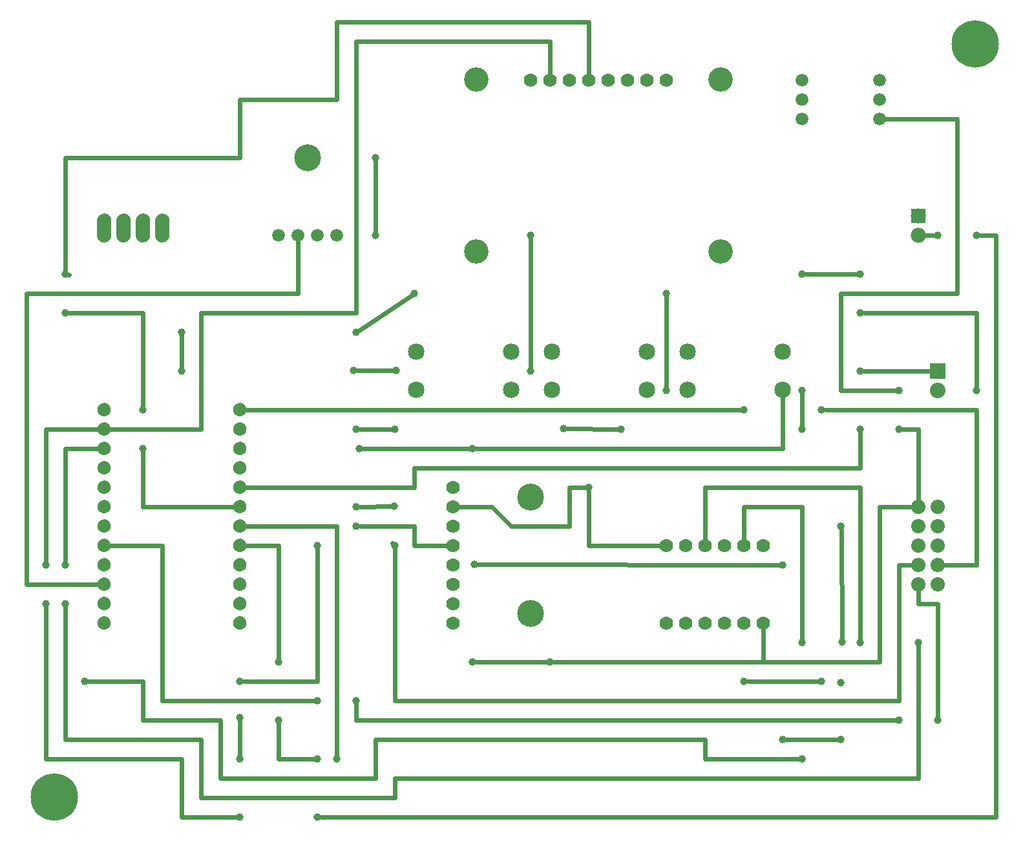
<source format=gtl>
G04 MADE WITH FRITZING*
G04 WWW.FRITZING.ORG*
G04 DOUBLE SIDED*
G04 HOLES PLATED*
G04 CONTOUR ON CENTER OF CONTOUR VECTOR*
%ASAXBY*%
%FSLAX23Y23*%
%MOIN*%
%OFA0B0*%
%SFA1.0B1.0*%
%ADD10C,0.244094*%
%ADD11C,0.039370*%
%ADD12C,0.074000*%
%ADD13C,0.138425*%
%ADD14C,0.066000*%
%ADD15C,0.080000*%
%ADD16C,0.073667*%
%ADD17C,0.070000*%
%ADD18C,0.068000*%
%ADD19C,0.085000*%
%ADD20C,0.078000*%
%ADD21C,0.125984*%
%ADD22R,0.080000X0.080000*%
%ADD23R,0.078000X0.078000*%
%ADD24C,0.024000*%
%ADD25R,0.001000X0.001000*%
%LNCOPPER1*%
G90*
G70*
G54D10*
X239Y234D03*
X4989Y4117D03*
G54D11*
X4297Y531D03*
X3997Y531D03*
X1797Y1631D03*
X1597Y1531D03*
X1197Y831D03*
X1197Y646D03*
X1197Y131D03*
X1197Y431D03*
X1997Y1531D03*
X197Y1431D03*
X197Y1231D03*
X4303Y1034D03*
X3797Y831D03*
X4797Y631D03*
X4597Y631D03*
G54D12*
X497Y3131D03*
X497Y3131D03*
X597Y3131D03*
X597Y3131D03*
X697Y3131D03*
X697Y3131D03*
X797Y3131D03*
X797Y3131D03*
G54D11*
X4097Y2331D03*
X4097Y2131D03*
X4997Y2331D03*
X4397Y2931D03*
X4097Y2931D03*
X4397Y2731D03*
X2405Y1435D03*
X3997Y1431D03*
X4197Y831D03*
X4297Y1631D03*
X4297Y826D03*
X1797Y731D03*
X1597Y731D03*
X1697Y431D03*
X1797Y2131D03*
X1997Y2131D03*
X1994Y1735D03*
X1797Y1731D03*
X2397Y2031D03*
X1812Y2031D03*
X4397Y2431D03*
X4397Y2131D03*
X4097Y431D03*
X4097Y1031D03*
X4597Y2131D03*
X4597Y2331D03*
X697Y2231D03*
X697Y2031D03*
X297Y2931D03*
X297Y2731D03*
X4197Y2231D03*
X3797Y2231D03*
X2997Y1831D03*
X2697Y3131D03*
X2697Y2431D03*
X2866Y2136D03*
X3162Y2131D03*
X1397Y931D03*
X1397Y631D03*
X1597Y431D03*
X1597Y131D03*
X4997Y3131D03*
X4797Y3131D03*
X397Y831D03*
X897Y2431D03*
X897Y2631D03*
X1797Y2631D03*
X2097Y2831D03*
X3397Y2831D03*
X3397Y2331D03*
X1897Y3531D03*
X1897Y3131D03*
X2397Y931D03*
X2797Y931D03*
X1784Y2436D03*
X2002Y2436D03*
X297Y1431D03*
X297Y1231D03*
X4397Y1031D03*
X4697Y1031D03*
G54D13*
X1547Y3531D03*
G54D14*
X1697Y3131D03*
X1597Y3131D03*
X1497Y3131D03*
X1397Y3131D03*
G54D15*
X4797Y2431D03*
X4797Y2331D03*
G54D16*
X4697Y1731D03*
X4797Y1731D03*
X4697Y1631D03*
X4797Y1631D03*
X4697Y1531D03*
X4797Y1531D03*
X4697Y1431D03*
X4797Y1431D03*
X4697Y1331D03*
X4797Y1331D03*
G54D17*
X3497Y1531D03*
X3597Y1531D03*
X3697Y1531D03*
X3797Y1531D03*
X3897Y1531D03*
X3397Y1131D03*
X3497Y1131D03*
X3597Y1131D03*
X3697Y1131D03*
X3797Y1131D03*
X3897Y1131D03*
X3397Y1531D03*
G54D18*
X497Y2031D03*
X497Y1931D03*
X497Y2131D03*
X497Y2231D03*
X497Y1831D03*
X497Y1731D03*
X497Y1631D03*
X497Y1531D03*
X497Y1431D03*
X497Y1331D03*
X497Y1231D03*
X497Y1131D03*
X1197Y1931D03*
X1197Y2031D03*
X1197Y2131D03*
X1197Y2231D03*
X1197Y1831D03*
X1197Y1731D03*
X1197Y1631D03*
X1197Y1531D03*
X1197Y1331D03*
X1197Y1431D03*
X1197Y1231D03*
X1197Y1131D03*
G54D19*
X3505Y2531D03*
X3505Y2334D03*
X3997Y2334D03*
X3997Y2531D03*
X3505Y2531D03*
X3505Y2334D03*
X3997Y2334D03*
X3997Y2531D03*
X2805Y2531D03*
X2805Y2334D03*
X3297Y2334D03*
X3297Y2531D03*
X2805Y2531D03*
X2805Y2334D03*
X3297Y2334D03*
X3297Y2531D03*
X2105Y2531D03*
X2105Y2334D03*
X2597Y2334D03*
X2597Y2531D03*
X2105Y2531D03*
X2105Y2334D03*
X2597Y2334D03*
X2597Y2531D03*
G54D14*
X4497Y3931D03*
X4497Y3831D03*
X4497Y3731D03*
X4097Y3731D03*
X4097Y3831D03*
X4097Y3931D03*
G54D20*
X4697Y3231D03*
X4697Y3131D03*
G54D17*
X2797Y3931D03*
X3397Y3931D03*
G54D21*
X2417Y3048D03*
G54D17*
X2897Y3931D03*
G54D21*
X2417Y3934D03*
G54D17*
X2997Y3931D03*
G54D21*
X3677Y3934D03*
G54D17*
X3097Y3931D03*
G54D21*
X3677Y3048D03*
G54D17*
X3197Y3931D03*
X3297Y3931D03*
X2697Y3931D03*
G54D13*
X2697Y1181D03*
G54D17*
X2297Y1131D03*
X2297Y1231D03*
X2297Y1331D03*
X2297Y1431D03*
G54D13*
X2697Y1781D03*
G54D17*
X2297Y1531D03*
X2297Y1631D03*
X2297Y1731D03*
X2297Y1831D03*
G54D22*
X4797Y2431D03*
G54D23*
X4697Y3231D03*
G54D24*
X4278Y531D02*
X4016Y531D01*
D02*
X197Y1212D02*
X197Y431D01*
D02*
X1197Y450D02*
X1197Y627D01*
D02*
X2097Y1531D02*
X2267Y1531D01*
D02*
X2097Y1631D02*
X2097Y1531D01*
D02*
X1216Y831D02*
X1597Y831D01*
D02*
X1597Y831D02*
X1597Y1512D01*
D02*
X197Y2131D02*
X197Y1450D01*
D02*
X897Y131D02*
X1178Y131D01*
D02*
X897Y431D02*
X897Y131D01*
D02*
X197Y431D02*
X897Y431D01*
D02*
X1816Y1631D02*
X2097Y1631D01*
D02*
X468Y2131D02*
X197Y2131D01*
D02*
X1984Y1545D02*
X1997Y1531D01*
D02*
X4178Y831D02*
X3816Y831D01*
D02*
X4097Y2312D02*
X4097Y2150D01*
D02*
X4116Y2931D02*
X4378Y2931D01*
D02*
X4997Y2731D02*
X4416Y2731D01*
D02*
X4997Y2350D02*
X4997Y2731D01*
D02*
X3978Y1431D02*
X2424Y1435D01*
D02*
X4298Y1612D02*
X4303Y1053D01*
D02*
X1697Y1631D02*
X1697Y450D01*
D02*
X1227Y1631D02*
X1697Y1631D01*
D02*
X1978Y2131D02*
X1816Y2131D01*
D02*
X1816Y1732D02*
X1975Y1735D01*
D02*
X4597Y731D02*
X4397Y731D01*
D02*
X4597Y1131D02*
X4597Y731D01*
D02*
X4597Y1431D02*
X4597Y1131D01*
D02*
X1997Y731D02*
X1997Y1531D01*
D02*
X4397Y731D02*
X1997Y731D01*
D02*
X4666Y1431D02*
X4597Y1431D01*
D02*
X2378Y2031D02*
X1831Y2031D01*
D02*
X4416Y2431D02*
X4797Y2431D01*
D02*
X4616Y2131D02*
X4697Y2131D01*
D02*
X4697Y2131D02*
X4697Y1763D01*
D02*
X4297Y2331D02*
X4578Y2331D01*
D02*
X4297Y2831D02*
X4297Y2331D01*
D02*
X4897Y2831D02*
X4297Y2831D01*
D02*
X4529Y3731D02*
X4897Y3731D01*
D02*
X4897Y3731D02*
X4897Y2831D01*
D02*
X4097Y1731D02*
X3797Y1731D01*
D02*
X4597Y1731D02*
X4666Y1731D01*
D02*
X4497Y1731D02*
X4597Y1731D01*
D02*
X4497Y931D02*
X4497Y1731D01*
D02*
X3897Y931D02*
X4497Y931D01*
D02*
X3897Y1100D02*
X3897Y931D01*
D02*
X3797Y1731D02*
X3797Y1562D01*
D02*
X697Y1731D02*
X1168Y1731D01*
D02*
X3597Y531D02*
X3597Y431D01*
D02*
X1897Y531D02*
X3597Y531D01*
D02*
X697Y631D02*
X1097Y631D01*
D02*
X1097Y631D02*
X1097Y331D01*
D02*
X1097Y331D02*
X1897Y331D01*
D02*
X697Y831D02*
X697Y631D01*
D02*
X3197Y931D02*
X2816Y931D01*
D02*
X3897Y931D02*
X3197Y931D01*
D02*
X4097Y1050D02*
X4097Y1731D01*
D02*
X3897Y1100D02*
X3897Y931D01*
D02*
X2885Y2135D02*
X3143Y2132D01*
D02*
X2697Y2450D02*
X2697Y3112D01*
D02*
X3366Y1531D02*
X2997Y1531D01*
D02*
X2997Y1531D02*
X2997Y1812D01*
D02*
X2997Y4231D02*
X1697Y4231D01*
D02*
X1697Y4231D02*
X1697Y3831D01*
D02*
X1197Y3531D02*
X297Y3531D01*
D02*
X1197Y3831D02*
X1197Y3531D01*
D02*
X1697Y3831D02*
X1197Y3831D01*
D02*
X297Y2931D02*
X316Y2929D01*
D02*
X297Y3531D02*
X297Y2931D01*
D02*
X316Y2731D02*
X697Y2731D01*
D02*
X697Y2731D02*
X697Y2250D01*
D02*
X697Y2012D02*
X697Y1731D01*
D02*
X2997Y3962D02*
X2997Y4231D01*
D02*
X3997Y2031D02*
X2416Y2031D01*
D02*
X5097Y3131D02*
X5097Y131D01*
D02*
X5016Y3131D02*
X5097Y3131D01*
D02*
X5097Y131D02*
X1616Y131D01*
D02*
X3997Y2300D02*
X3997Y2031D01*
D02*
X4728Y3131D02*
X4778Y3131D01*
D02*
X1397Y431D02*
X1578Y431D01*
D02*
X1397Y631D02*
X1397Y431D01*
D02*
X1227Y1531D02*
X1397Y1531D01*
D02*
X1397Y1531D02*
X1397Y950D01*
D02*
X2597Y1631D02*
X2497Y1731D01*
D02*
X2497Y1731D02*
X2328Y1731D01*
D02*
X2897Y1631D02*
X2597Y1631D01*
D02*
X2897Y1831D02*
X2897Y1631D01*
D02*
X2978Y1831D02*
X2897Y1831D01*
D02*
X4997Y1431D02*
X4797Y1431D01*
D02*
X4997Y2231D02*
X4997Y1431D01*
D02*
X4216Y2231D02*
X4997Y2231D01*
D02*
X1227Y2231D02*
X3778Y2231D01*
D02*
X3397Y2350D02*
X3397Y2812D01*
D02*
X2082Y2821D02*
X1813Y2642D01*
D02*
X897Y2612D02*
X897Y2450D01*
D02*
X416Y831D02*
X697Y831D01*
D02*
X4397Y1931D02*
X4397Y2112D01*
D02*
X2097Y1931D02*
X4397Y1931D01*
D02*
X2097Y1831D02*
X2097Y1931D01*
D02*
X1227Y1831D02*
X2097Y1831D01*
D02*
X2778Y931D02*
X2416Y931D01*
D02*
X1897Y3150D02*
X1897Y3512D01*
D02*
X4397Y1050D02*
X4397Y1831D01*
D02*
X4397Y1831D02*
X3597Y1831D01*
D02*
X3597Y1831D02*
X3597Y1562D01*
D02*
X4697Y331D02*
X4697Y1012D01*
D02*
X1997Y231D02*
X1997Y331D01*
D02*
X1997Y331D02*
X4697Y331D01*
D02*
X997Y531D02*
X997Y231D01*
D02*
X997Y231D02*
X1997Y231D01*
D02*
X297Y531D02*
X997Y531D01*
D02*
X297Y1212D02*
X297Y531D01*
D02*
X297Y2031D02*
X297Y1450D01*
D02*
X1983Y2436D02*
X1803Y2436D01*
D02*
X468Y2031D02*
X297Y2031D01*
D02*
X2797Y4131D02*
X1797Y4131D01*
D02*
X1797Y2731D02*
X997Y2731D01*
D02*
X1797Y4131D02*
X1797Y2731D01*
D02*
X997Y2731D02*
X997Y2331D01*
D02*
X997Y2331D02*
X997Y2131D01*
D02*
X997Y2131D02*
X527Y2131D01*
D02*
X2797Y3962D02*
X2797Y4131D01*
D02*
X97Y1331D02*
X468Y1331D01*
D02*
X97Y2831D02*
X97Y1331D01*
D02*
X1497Y2831D02*
X97Y2831D01*
D02*
X1497Y3100D02*
X1497Y2831D01*
D02*
X4697Y1231D02*
X4697Y1300D01*
D02*
X4797Y1231D02*
X4697Y1231D01*
D02*
X4797Y650D02*
X4797Y1231D01*
D02*
X1797Y712D02*
X1797Y631D01*
D02*
X797Y731D02*
X1597Y731D01*
D02*
X797Y1531D02*
X797Y731D01*
D02*
X527Y1531D02*
X797Y1531D01*
D02*
X3597Y431D02*
X4078Y431D01*
D02*
X1897Y331D02*
X1897Y531D01*
D02*
X1797Y631D02*
X4578Y631D01*
G54D25*
X493Y3243D02*
X501Y3243D01*
X593Y3243D02*
X601Y3243D01*
X693Y3243D02*
X701Y3243D01*
X793Y3243D02*
X800Y3243D01*
X488Y3242D02*
X506Y3242D01*
X588Y3242D02*
X606Y3242D01*
X688Y3242D02*
X706Y3242D01*
X788Y3242D02*
X806Y3242D01*
X485Y3241D02*
X509Y3241D01*
X585Y3241D02*
X609Y3241D01*
X685Y3241D02*
X709Y3241D01*
X785Y3241D02*
X809Y3241D01*
X482Y3240D02*
X511Y3240D01*
X582Y3240D02*
X611Y3240D01*
X682Y3240D02*
X711Y3240D01*
X782Y3240D02*
X811Y3240D01*
X480Y3239D02*
X514Y3239D01*
X580Y3239D02*
X613Y3239D01*
X680Y3239D02*
X713Y3239D01*
X780Y3239D02*
X813Y3239D01*
X478Y3238D02*
X515Y3238D01*
X578Y3238D02*
X615Y3238D01*
X678Y3238D02*
X715Y3238D01*
X778Y3238D02*
X815Y3238D01*
X477Y3237D02*
X517Y3237D01*
X577Y3237D02*
X617Y3237D01*
X677Y3237D02*
X717Y3237D01*
X777Y3237D02*
X817Y3237D01*
X475Y3236D02*
X518Y3236D01*
X575Y3236D02*
X618Y3236D01*
X675Y3236D02*
X718Y3236D01*
X775Y3236D02*
X818Y3236D01*
X474Y3235D02*
X520Y3235D01*
X574Y3235D02*
X620Y3235D01*
X674Y3235D02*
X720Y3235D01*
X774Y3235D02*
X820Y3235D01*
X473Y3234D02*
X521Y3234D01*
X573Y3234D02*
X621Y3234D01*
X673Y3234D02*
X721Y3234D01*
X773Y3234D02*
X821Y3234D01*
X472Y3233D02*
X522Y3233D01*
X572Y3233D02*
X622Y3233D01*
X672Y3233D02*
X722Y3233D01*
X772Y3233D02*
X822Y3233D01*
X471Y3232D02*
X523Y3232D01*
X571Y3232D02*
X623Y3232D01*
X671Y3232D02*
X723Y3232D01*
X771Y3232D02*
X823Y3232D01*
X470Y3231D02*
X524Y3231D01*
X570Y3231D02*
X624Y3231D01*
X670Y3231D02*
X724Y3231D01*
X770Y3231D02*
X824Y3231D01*
X469Y3230D02*
X525Y3230D01*
X569Y3230D02*
X625Y3230D01*
X669Y3230D02*
X725Y3230D01*
X769Y3230D02*
X825Y3230D01*
X468Y3229D02*
X525Y3229D01*
X568Y3229D02*
X625Y3229D01*
X668Y3229D02*
X725Y3229D01*
X768Y3229D02*
X825Y3229D01*
X467Y3228D02*
X526Y3228D01*
X567Y3228D02*
X626Y3228D01*
X667Y3228D02*
X726Y3228D01*
X767Y3228D02*
X826Y3228D01*
X467Y3227D02*
X527Y3227D01*
X567Y3227D02*
X627Y3227D01*
X667Y3227D02*
X727Y3227D01*
X767Y3227D02*
X827Y3227D01*
X466Y3226D02*
X528Y3226D01*
X566Y3226D02*
X628Y3226D01*
X666Y3226D02*
X728Y3226D01*
X766Y3226D02*
X828Y3226D01*
X465Y3225D02*
X528Y3225D01*
X565Y3225D02*
X628Y3225D01*
X665Y3225D02*
X728Y3225D01*
X765Y3225D02*
X828Y3225D01*
X465Y3224D02*
X529Y3224D01*
X565Y3224D02*
X629Y3224D01*
X665Y3224D02*
X729Y3224D01*
X765Y3224D02*
X829Y3224D01*
X464Y3223D02*
X529Y3223D01*
X564Y3223D02*
X629Y3223D01*
X664Y3223D02*
X729Y3223D01*
X764Y3223D02*
X829Y3223D01*
X464Y3222D02*
X530Y3222D01*
X564Y3222D02*
X630Y3222D01*
X664Y3222D02*
X730Y3222D01*
X764Y3222D02*
X830Y3222D01*
X463Y3221D02*
X530Y3221D01*
X563Y3221D02*
X630Y3221D01*
X663Y3221D02*
X730Y3221D01*
X763Y3221D02*
X830Y3221D01*
X463Y3220D02*
X531Y3220D01*
X563Y3220D02*
X631Y3220D01*
X663Y3220D02*
X731Y3220D01*
X763Y3220D02*
X831Y3220D01*
X463Y3219D02*
X531Y3219D01*
X563Y3219D02*
X631Y3219D01*
X663Y3219D02*
X731Y3219D01*
X763Y3219D02*
X831Y3219D01*
X462Y3218D02*
X531Y3218D01*
X562Y3218D02*
X631Y3218D01*
X662Y3218D02*
X731Y3218D01*
X762Y3218D02*
X831Y3218D01*
X462Y3217D02*
X532Y3217D01*
X562Y3217D02*
X632Y3217D01*
X662Y3217D02*
X732Y3217D01*
X762Y3217D02*
X832Y3217D01*
X462Y3216D02*
X532Y3216D01*
X562Y3216D02*
X632Y3216D01*
X662Y3216D02*
X732Y3216D01*
X762Y3216D02*
X832Y3216D01*
X461Y3215D02*
X532Y3215D01*
X561Y3215D02*
X632Y3215D01*
X661Y3215D02*
X732Y3215D01*
X761Y3215D02*
X832Y3215D01*
X461Y3214D02*
X532Y3214D01*
X561Y3214D02*
X632Y3214D01*
X661Y3214D02*
X732Y3214D01*
X761Y3214D02*
X832Y3214D01*
X461Y3213D02*
X533Y3213D01*
X561Y3213D02*
X633Y3213D01*
X661Y3213D02*
X733Y3213D01*
X761Y3213D02*
X833Y3213D01*
X461Y3212D02*
X533Y3212D01*
X561Y3212D02*
X633Y3212D01*
X661Y3212D02*
X733Y3212D01*
X761Y3212D02*
X833Y3212D01*
X461Y3211D02*
X533Y3211D01*
X561Y3211D02*
X633Y3211D01*
X661Y3211D02*
X733Y3211D01*
X761Y3211D02*
X833Y3211D01*
X461Y3210D02*
X533Y3210D01*
X561Y3210D02*
X633Y3210D01*
X660Y3210D02*
X733Y3210D01*
X760Y3210D02*
X833Y3210D01*
X460Y3209D02*
X533Y3209D01*
X560Y3209D02*
X633Y3209D01*
X660Y3209D02*
X733Y3209D01*
X760Y3209D02*
X833Y3209D01*
X460Y3208D02*
X533Y3208D01*
X560Y3208D02*
X633Y3208D01*
X660Y3208D02*
X733Y3208D01*
X760Y3208D02*
X833Y3208D01*
X460Y3207D02*
X533Y3207D01*
X560Y3207D02*
X633Y3207D01*
X660Y3207D02*
X733Y3207D01*
X760Y3207D02*
X833Y3207D01*
X460Y3206D02*
X533Y3206D01*
X560Y3206D02*
X633Y3206D01*
X660Y3206D02*
X733Y3206D01*
X760Y3206D02*
X833Y3206D01*
X460Y3205D02*
X533Y3205D01*
X560Y3205D02*
X633Y3205D01*
X660Y3205D02*
X733Y3205D01*
X760Y3205D02*
X833Y3205D01*
X460Y3204D02*
X533Y3204D01*
X560Y3204D02*
X633Y3204D01*
X660Y3204D02*
X733Y3204D01*
X760Y3204D02*
X833Y3204D01*
X460Y3203D02*
X533Y3203D01*
X560Y3203D02*
X633Y3203D01*
X660Y3203D02*
X733Y3203D01*
X760Y3203D02*
X833Y3203D01*
X460Y3202D02*
X533Y3202D01*
X560Y3202D02*
X633Y3202D01*
X660Y3202D02*
X733Y3202D01*
X760Y3202D02*
X833Y3202D01*
X460Y3201D02*
X533Y3201D01*
X560Y3201D02*
X633Y3201D01*
X660Y3201D02*
X733Y3201D01*
X760Y3201D02*
X833Y3201D01*
X460Y3200D02*
X533Y3200D01*
X560Y3200D02*
X633Y3200D01*
X660Y3200D02*
X733Y3200D01*
X760Y3200D02*
X833Y3200D01*
X460Y3199D02*
X533Y3199D01*
X560Y3199D02*
X633Y3199D01*
X660Y3199D02*
X733Y3199D01*
X760Y3199D02*
X833Y3199D01*
X460Y3198D02*
X533Y3198D01*
X560Y3198D02*
X633Y3198D01*
X660Y3198D02*
X733Y3198D01*
X760Y3198D02*
X833Y3198D01*
X460Y3197D02*
X533Y3197D01*
X560Y3197D02*
X633Y3197D01*
X660Y3197D02*
X733Y3197D01*
X760Y3197D02*
X833Y3197D01*
X460Y3196D02*
X533Y3196D01*
X560Y3196D02*
X633Y3196D01*
X660Y3196D02*
X733Y3196D01*
X760Y3196D02*
X833Y3196D01*
X460Y3195D02*
X533Y3195D01*
X560Y3195D02*
X633Y3195D01*
X660Y3195D02*
X733Y3195D01*
X760Y3195D02*
X833Y3195D01*
X460Y3194D02*
X533Y3194D01*
X560Y3194D02*
X633Y3194D01*
X660Y3194D02*
X733Y3194D01*
X760Y3194D02*
X833Y3194D01*
X460Y3193D02*
X533Y3193D01*
X560Y3193D02*
X633Y3193D01*
X660Y3193D02*
X733Y3193D01*
X760Y3193D02*
X833Y3193D01*
X460Y3192D02*
X533Y3192D01*
X560Y3192D02*
X633Y3192D01*
X660Y3192D02*
X733Y3192D01*
X760Y3192D02*
X833Y3192D01*
X460Y3191D02*
X533Y3191D01*
X560Y3191D02*
X633Y3191D01*
X660Y3191D02*
X733Y3191D01*
X760Y3191D02*
X833Y3191D01*
X460Y3190D02*
X533Y3190D01*
X560Y3190D02*
X633Y3190D01*
X660Y3190D02*
X733Y3190D01*
X760Y3190D02*
X833Y3190D01*
X460Y3189D02*
X533Y3189D01*
X560Y3189D02*
X633Y3189D01*
X660Y3189D02*
X733Y3189D01*
X760Y3189D02*
X833Y3189D01*
X460Y3188D02*
X533Y3188D01*
X560Y3188D02*
X633Y3188D01*
X660Y3188D02*
X733Y3188D01*
X760Y3188D02*
X833Y3188D01*
X460Y3187D02*
X533Y3187D01*
X560Y3187D02*
X633Y3187D01*
X660Y3187D02*
X733Y3187D01*
X760Y3187D02*
X833Y3187D01*
X460Y3186D02*
X533Y3186D01*
X560Y3186D02*
X633Y3186D01*
X660Y3186D02*
X733Y3186D01*
X760Y3186D02*
X833Y3186D01*
X460Y3185D02*
X533Y3185D01*
X560Y3185D02*
X633Y3185D01*
X660Y3185D02*
X733Y3185D01*
X760Y3185D02*
X833Y3185D01*
X460Y3184D02*
X533Y3184D01*
X560Y3184D02*
X633Y3184D01*
X660Y3184D02*
X733Y3184D01*
X760Y3184D02*
X833Y3184D01*
X460Y3183D02*
X533Y3183D01*
X560Y3183D02*
X633Y3183D01*
X660Y3183D02*
X733Y3183D01*
X760Y3183D02*
X833Y3183D01*
X460Y3182D02*
X533Y3182D01*
X560Y3182D02*
X633Y3182D01*
X660Y3182D02*
X733Y3182D01*
X760Y3182D02*
X833Y3182D01*
X460Y3181D02*
X533Y3181D01*
X560Y3181D02*
X633Y3181D01*
X660Y3181D02*
X733Y3181D01*
X760Y3181D02*
X833Y3181D01*
X460Y3180D02*
X533Y3180D01*
X560Y3180D02*
X633Y3180D01*
X660Y3180D02*
X733Y3180D01*
X760Y3180D02*
X833Y3180D01*
X460Y3179D02*
X533Y3179D01*
X560Y3179D02*
X633Y3179D01*
X660Y3179D02*
X733Y3179D01*
X760Y3179D02*
X833Y3179D01*
X460Y3178D02*
X533Y3178D01*
X560Y3178D02*
X633Y3178D01*
X660Y3178D02*
X733Y3178D01*
X760Y3178D02*
X833Y3178D01*
X460Y3177D02*
X533Y3177D01*
X560Y3177D02*
X633Y3177D01*
X660Y3177D02*
X733Y3177D01*
X760Y3177D02*
X833Y3177D01*
X460Y3176D02*
X533Y3176D01*
X560Y3176D02*
X633Y3176D01*
X660Y3176D02*
X733Y3176D01*
X760Y3176D02*
X833Y3176D01*
X460Y3175D02*
X533Y3175D01*
X560Y3175D02*
X633Y3175D01*
X660Y3175D02*
X733Y3175D01*
X760Y3175D02*
X833Y3175D01*
X460Y3174D02*
X533Y3174D01*
X560Y3174D02*
X633Y3174D01*
X660Y3174D02*
X733Y3174D01*
X760Y3174D02*
X833Y3174D01*
X460Y3173D02*
X533Y3173D01*
X560Y3173D02*
X633Y3173D01*
X660Y3173D02*
X733Y3173D01*
X760Y3173D02*
X833Y3173D01*
X460Y3172D02*
X533Y3172D01*
X560Y3172D02*
X633Y3172D01*
X660Y3172D02*
X733Y3172D01*
X760Y3172D02*
X833Y3172D01*
X460Y3171D02*
X533Y3171D01*
X560Y3171D02*
X633Y3171D01*
X660Y3171D02*
X733Y3171D01*
X760Y3171D02*
X833Y3171D01*
X460Y3170D02*
X533Y3170D01*
X560Y3170D02*
X633Y3170D01*
X660Y3170D02*
X733Y3170D01*
X760Y3170D02*
X833Y3170D01*
X460Y3169D02*
X533Y3169D01*
X560Y3169D02*
X633Y3169D01*
X660Y3169D02*
X733Y3169D01*
X760Y3169D02*
X833Y3169D01*
X460Y3168D02*
X533Y3168D01*
X560Y3168D02*
X633Y3168D01*
X660Y3168D02*
X733Y3168D01*
X760Y3168D02*
X833Y3168D01*
X460Y3167D02*
X533Y3167D01*
X560Y3167D02*
X633Y3167D01*
X660Y3167D02*
X733Y3167D01*
X760Y3167D02*
X833Y3167D01*
X460Y3166D02*
X533Y3166D01*
X560Y3166D02*
X633Y3166D01*
X660Y3166D02*
X733Y3166D01*
X760Y3166D02*
X833Y3166D01*
X460Y3165D02*
X533Y3165D01*
X560Y3165D02*
X633Y3165D01*
X660Y3165D02*
X733Y3165D01*
X760Y3165D02*
X833Y3165D01*
X460Y3164D02*
X533Y3164D01*
X560Y3164D02*
X633Y3164D01*
X660Y3164D02*
X733Y3164D01*
X760Y3164D02*
X833Y3164D01*
X460Y3163D02*
X533Y3163D01*
X560Y3163D02*
X633Y3163D01*
X660Y3163D02*
X733Y3163D01*
X760Y3163D02*
X833Y3163D01*
X460Y3162D02*
X533Y3162D01*
X560Y3162D02*
X633Y3162D01*
X660Y3162D02*
X733Y3162D01*
X760Y3162D02*
X833Y3162D01*
X460Y3161D02*
X533Y3161D01*
X560Y3161D02*
X633Y3161D01*
X660Y3161D02*
X733Y3161D01*
X760Y3161D02*
X833Y3161D01*
X460Y3160D02*
X533Y3160D01*
X560Y3160D02*
X633Y3160D01*
X660Y3160D02*
X733Y3160D01*
X760Y3160D02*
X833Y3160D01*
X460Y3159D02*
X533Y3159D01*
X560Y3159D02*
X633Y3159D01*
X660Y3159D02*
X733Y3159D01*
X760Y3159D02*
X833Y3159D01*
X460Y3158D02*
X533Y3158D01*
X560Y3158D02*
X633Y3158D01*
X660Y3158D02*
X733Y3158D01*
X760Y3158D02*
X833Y3158D01*
X460Y3157D02*
X533Y3157D01*
X560Y3157D02*
X633Y3157D01*
X660Y3157D02*
X733Y3157D01*
X760Y3157D02*
X833Y3157D01*
X460Y3156D02*
X533Y3156D01*
X560Y3156D02*
X633Y3156D01*
X660Y3156D02*
X733Y3156D01*
X760Y3156D02*
X833Y3156D01*
X460Y3155D02*
X533Y3155D01*
X560Y3155D02*
X633Y3155D01*
X660Y3155D02*
X733Y3155D01*
X760Y3155D02*
X833Y3155D01*
X460Y3154D02*
X493Y3154D01*
X501Y3154D02*
X533Y3154D01*
X560Y3154D02*
X593Y3154D01*
X601Y3154D02*
X633Y3154D01*
X660Y3154D02*
X693Y3154D01*
X701Y3154D02*
X733Y3154D01*
X760Y3154D02*
X793Y3154D01*
X801Y3154D02*
X833Y3154D01*
X460Y3153D02*
X489Y3153D01*
X504Y3153D02*
X533Y3153D01*
X560Y3153D02*
X589Y3153D01*
X604Y3153D02*
X633Y3153D01*
X660Y3153D02*
X689Y3153D01*
X704Y3153D02*
X733Y3153D01*
X760Y3153D02*
X789Y3153D01*
X804Y3153D02*
X833Y3153D01*
X460Y3152D02*
X487Y3152D01*
X507Y3152D02*
X533Y3152D01*
X560Y3152D02*
X587Y3152D01*
X607Y3152D02*
X633Y3152D01*
X660Y3152D02*
X687Y3152D01*
X707Y3152D02*
X733Y3152D01*
X760Y3152D02*
X787Y3152D01*
X807Y3152D02*
X833Y3152D01*
X460Y3151D02*
X485Y3151D01*
X509Y3151D02*
X533Y3151D01*
X560Y3151D02*
X585Y3151D01*
X609Y3151D02*
X633Y3151D01*
X660Y3151D02*
X685Y3151D01*
X709Y3151D02*
X733Y3151D01*
X760Y3151D02*
X785Y3151D01*
X809Y3151D02*
X833Y3151D01*
X460Y3150D02*
X483Y3150D01*
X510Y3150D02*
X533Y3150D01*
X560Y3150D02*
X583Y3150D01*
X610Y3150D02*
X633Y3150D01*
X660Y3150D02*
X683Y3150D01*
X710Y3150D02*
X733Y3150D01*
X760Y3150D02*
X783Y3150D01*
X810Y3150D02*
X833Y3150D01*
X460Y3149D02*
X482Y3149D01*
X511Y3149D02*
X533Y3149D01*
X560Y3149D02*
X582Y3149D01*
X611Y3149D02*
X633Y3149D01*
X660Y3149D02*
X682Y3149D01*
X711Y3149D02*
X733Y3149D01*
X760Y3149D02*
X782Y3149D01*
X811Y3149D02*
X833Y3149D01*
X460Y3148D02*
X481Y3148D01*
X513Y3148D02*
X533Y3148D01*
X560Y3148D02*
X581Y3148D01*
X613Y3148D02*
X633Y3148D01*
X660Y3148D02*
X681Y3148D01*
X713Y3148D02*
X733Y3148D01*
X760Y3148D02*
X781Y3148D01*
X813Y3148D02*
X833Y3148D01*
X460Y3147D02*
X480Y3147D01*
X514Y3147D02*
X533Y3147D01*
X560Y3147D02*
X580Y3147D01*
X614Y3147D02*
X633Y3147D01*
X660Y3147D02*
X680Y3147D01*
X714Y3147D02*
X733Y3147D01*
X760Y3147D02*
X780Y3147D01*
X814Y3147D02*
X833Y3147D01*
X460Y3146D02*
X479Y3146D01*
X514Y3146D02*
X533Y3146D01*
X560Y3146D02*
X579Y3146D01*
X614Y3146D02*
X633Y3146D01*
X660Y3146D02*
X679Y3146D01*
X714Y3146D02*
X733Y3146D01*
X760Y3146D02*
X779Y3146D01*
X814Y3146D02*
X833Y3146D01*
X460Y3145D02*
X478Y3145D01*
X515Y3145D02*
X533Y3145D01*
X560Y3145D02*
X578Y3145D01*
X615Y3145D02*
X633Y3145D01*
X660Y3145D02*
X678Y3145D01*
X715Y3145D02*
X733Y3145D01*
X760Y3145D02*
X778Y3145D01*
X815Y3145D02*
X833Y3145D01*
X460Y3144D02*
X478Y3144D01*
X516Y3144D02*
X533Y3144D01*
X560Y3144D02*
X578Y3144D01*
X616Y3144D02*
X633Y3144D01*
X660Y3144D02*
X678Y3144D01*
X716Y3144D02*
X733Y3144D01*
X760Y3144D02*
X778Y3144D01*
X816Y3144D02*
X833Y3144D01*
X460Y3143D02*
X477Y3143D01*
X516Y3143D02*
X533Y3143D01*
X560Y3143D02*
X577Y3143D01*
X616Y3143D02*
X633Y3143D01*
X660Y3143D02*
X677Y3143D01*
X716Y3143D02*
X733Y3143D01*
X760Y3143D02*
X777Y3143D01*
X816Y3143D02*
X833Y3143D01*
X460Y3142D02*
X477Y3142D01*
X517Y3142D02*
X533Y3142D01*
X560Y3142D02*
X577Y3142D01*
X617Y3142D02*
X633Y3142D01*
X660Y3142D02*
X677Y3142D01*
X717Y3142D02*
X733Y3142D01*
X760Y3142D02*
X777Y3142D01*
X817Y3142D02*
X833Y3142D01*
X460Y3141D02*
X476Y3141D01*
X517Y3141D02*
X533Y3141D01*
X560Y3141D02*
X576Y3141D01*
X617Y3141D02*
X633Y3141D01*
X660Y3141D02*
X676Y3141D01*
X717Y3141D02*
X733Y3141D01*
X760Y3141D02*
X776Y3141D01*
X817Y3141D02*
X833Y3141D01*
X460Y3140D02*
X476Y3140D01*
X518Y3140D02*
X533Y3140D01*
X560Y3140D02*
X576Y3140D01*
X618Y3140D02*
X633Y3140D01*
X660Y3140D02*
X676Y3140D01*
X718Y3140D02*
X733Y3140D01*
X760Y3140D02*
X776Y3140D01*
X818Y3140D02*
X833Y3140D01*
X460Y3139D02*
X475Y3139D01*
X518Y3139D02*
X533Y3139D01*
X560Y3139D02*
X575Y3139D01*
X618Y3139D02*
X633Y3139D01*
X660Y3139D02*
X675Y3139D01*
X718Y3139D02*
X733Y3139D01*
X760Y3139D02*
X775Y3139D01*
X818Y3139D02*
X833Y3139D01*
X460Y3138D02*
X475Y3138D01*
X518Y3138D02*
X533Y3138D01*
X560Y3138D02*
X575Y3138D01*
X618Y3138D02*
X633Y3138D01*
X660Y3138D02*
X675Y3138D01*
X718Y3138D02*
X733Y3138D01*
X760Y3138D02*
X775Y3138D01*
X818Y3138D02*
X833Y3138D01*
X460Y3137D02*
X475Y3137D01*
X519Y3137D02*
X533Y3137D01*
X560Y3137D02*
X575Y3137D01*
X619Y3137D02*
X633Y3137D01*
X660Y3137D02*
X675Y3137D01*
X719Y3137D02*
X733Y3137D01*
X760Y3137D02*
X775Y3137D01*
X819Y3137D02*
X833Y3137D01*
X460Y3136D02*
X475Y3136D01*
X519Y3136D02*
X533Y3136D01*
X560Y3136D02*
X575Y3136D01*
X619Y3136D02*
X633Y3136D01*
X660Y3136D02*
X675Y3136D01*
X719Y3136D02*
X733Y3136D01*
X760Y3136D02*
X775Y3136D01*
X819Y3136D02*
X833Y3136D01*
X460Y3135D02*
X475Y3135D01*
X519Y3135D02*
X533Y3135D01*
X560Y3135D02*
X574Y3135D01*
X619Y3135D02*
X633Y3135D01*
X660Y3135D02*
X674Y3135D01*
X719Y3135D02*
X733Y3135D01*
X760Y3135D02*
X774Y3135D01*
X819Y3135D02*
X833Y3135D01*
X460Y3134D02*
X474Y3134D01*
X519Y3134D02*
X533Y3134D01*
X560Y3134D02*
X574Y3134D01*
X619Y3134D02*
X633Y3134D01*
X660Y3134D02*
X674Y3134D01*
X719Y3134D02*
X733Y3134D01*
X760Y3134D02*
X774Y3134D01*
X819Y3134D02*
X833Y3134D01*
X460Y3133D02*
X474Y3133D01*
X519Y3133D02*
X533Y3133D01*
X560Y3133D02*
X574Y3133D01*
X619Y3133D02*
X633Y3133D01*
X660Y3133D02*
X674Y3133D01*
X719Y3133D02*
X733Y3133D01*
X760Y3133D02*
X774Y3133D01*
X819Y3133D02*
X833Y3133D01*
X460Y3132D02*
X474Y3132D01*
X519Y3132D02*
X533Y3132D01*
X560Y3132D02*
X574Y3132D01*
X619Y3132D02*
X633Y3132D01*
X660Y3132D02*
X674Y3132D01*
X719Y3132D02*
X733Y3132D01*
X760Y3132D02*
X774Y3132D01*
X819Y3132D02*
X833Y3132D01*
X460Y3131D02*
X474Y3131D01*
X519Y3131D02*
X533Y3131D01*
X560Y3131D02*
X574Y3131D01*
X619Y3131D02*
X633Y3131D01*
X660Y3131D02*
X674Y3131D01*
X719Y3131D02*
X733Y3131D01*
X760Y3131D02*
X774Y3131D01*
X819Y3131D02*
X833Y3131D01*
X460Y3130D02*
X474Y3130D01*
X519Y3130D02*
X533Y3130D01*
X560Y3130D02*
X574Y3130D01*
X619Y3130D02*
X633Y3130D01*
X660Y3130D02*
X674Y3130D01*
X719Y3130D02*
X733Y3130D01*
X760Y3130D02*
X774Y3130D01*
X819Y3130D02*
X833Y3130D01*
X460Y3129D02*
X475Y3129D01*
X519Y3129D02*
X533Y3129D01*
X560Y3129D02*
X575Y3129D01*
X619Y3129D02*
X633Y3129D01*
X660Y3129D02*
X675Y3129D01*
X719Y3129D02*
X733Y3129D01*
X760Y3129D02*
X775Y3129D01*
X819Y3129D02*
X833Y3129D01*
X461Y3128D02*
X475Y3128D01*
X519Y3128D02*
X533Y3128D01*
X561Y3128D02*
X575Y3128D01*
X619Y3128D02*
X633Y3128D01*
X661Y3128D02*
X675Y3128D01*
X719Y3128D02*
X733Y3128D01*
X761Y3128D02*
X775Y3128D01*
X819Y3128D02*
X833Y3128D01*
X461Y3127D02*
X475Y3127D01*
X519Y3127D02*
X533Y3127D01*
X561Y3127D02*
X575Y3127D01*
X619Y3127D02*
X633Y3127D01*
X661Y3127D02*
X675Y3127D01*
X719Y3127D02*
X733Y3127D01*
X761Y3127D02*
X775Y3127D01*
X819Y3127D02*
X833Y3127D01*
X461Y3126D02*
X475Y3126D01*
X518Y3126D02*
X533Y3126D01*
X561Y3126D02*
X575Y3126D01*
X618Y3126D02*
X633Y3126D01*
X661Y3126D02*
X675Y3126D01*
X718Y3126D02*
X733Y3126D01*
X761Y3126D02*
X775Y3126D01*
X818Y3126D02*
X833Y3126D01*
X461Y3125D02*
X476Y3125D01*
X518Y3125D02*
X533Y3125D01*
X561Y3125D02*
X576Y3125D01*
X618Y3125D02*
X633Y3125D01*
X661Y3125D02*
X676Y3125D01*
X718Y3125D02*
X733Y3125D01*
X761Y3125D02*
X776Y3125D01*
X818Y3125D02*
X833Y3125D01*
X461Y3124D02*
X476Y3124D01*
X518Y3124D02*
X532Y3124D01*
X561Y3124D02*
X576Y3124D01*
X618Y3124D02*
X632Y3124D01*
X661Y3124D02*
X676Y3124D01*
X718Y3124D02*
X732Y3124D01*
X761Y3124D02*
X776Y3124D01*
X818Y3124D02*
X832Y3124D01*
X462Y3123D02*
X476Y3123D01*
X517Y3123D02*
X532Y3123D01*
X562Y3123D02*
X576Y3123D01*
X617Y3123D02*
X632Y3123D01*
X662Y3123D02*
X676Y3123D01*
X717Y3123D02*
X732Y3123D01*
X761Y3123D02*
X776Y3123D01*
X817Y3123D02*
X832Y3123D01*
X462Y3122D02*
X477Y3122D01*
X517Y3122D02*
X532Y3122D01*
X562Y3122D02*
X577Y3122D01*
X617Y3122D02*
X632Y3122D01*
X662Y3122D02*
X677Y3122D01*
X717Y3122D02*
X732Y3122D01*
X762Y3122D02*
X777Y3122D01*
X817Y3122D02*
X832Y3122D01*
X462Y3121D02*
X478Y3121D01*
X516Y3121D02*
X532Y3121D01*
X562Y3121D02*
X578Y3121D01*
X616Y3121D02*
X632Y3121D01*
X662Y3121D02*
X677Y3121D01*
X716Y3121D02*
X732Y3121D01*
X762Y3121D02*
X777Y3121D01*
X816Y3121D02*
X831Y3121D01*
X462Y3120D02*
X478Y3120D01*
X516Y3120D02*
X531Y3120D01*
X562Y3120D02*
X578Y3120D01*
X616Y3120D02*
X631Y3120D01*
X662Y3120D02*
X678Y3120D01*
X716Y3120D02*
X731Y3120D01*
X762Y3120D02*
X778Y3120D01*
X815Y3120D02*
X831Y3120D01*
X463Y3119D02*
X479Y3119D01*
X515Y3119D02*
X531Y3119D01*
X563Y3119D02*
X579Y3119D01*
X615Y3119D02*
X631Y3119D01*
X663Y3119D02*
X679Y3119D01*
X715Y3119D02*
X731Y3119D01*
X763Y3119D02*
X779Y3119D01*
X815Y3119D02*
X831Y3119D01*
X463Y3118D02*
X480Y3118D01*
X514Y3118D02*
X530Y3118D01*
X563Y3118D02*
X580Y3118D01*
X614Y3118D02*
X630Y3118D01*
X663Y3118D02*
X680Y3118D01*
X714Y3118D02*
X730Y3118D01*
X763Y3118D02*
X780Y3118D01*
X814Y3118D02*
X830Y3118D01*
X464Y3117D02*
X481Y3117D01*
X513Y3117D02*
X530Y3117D01*
X564Y3117D02*
X581Y3117D01*
X613Y3117D02*
X630Y3117D01*
X664Y3117D02*
X681Y3117D01*
X713Y3117D02*
X730Y3117D01*
X764Y3117D02*
X780Y3117D01*
X813Y3117D02*
X830Y3117D01*
X464Y3116D02*
X482Y3116D01*
X512Y3116D02*
X530Y3116D01*
X564Y3116D02*
X582Y3116D01*
X612Y3116D02*
X629Y3116D01*
X664Y3116D02*
X682Y3116D01*
X712Y3116D02*
X729Y3116D01*
X764Y3116D02*
X782Y3116D01*
X812Y3116D02*
X829Y3116D01*
X465Y3115D02*
X483Y3115D01*
X511Y3115D02*
X529Y3115D01*
X565Y3115D02*
X583Y3115D01*
X611Y3115D02*
X629Y3115D01*
X665Y3115D02*
X683Y3115D01*
X711Y3115D02*
X729Y3115D01*
X765Y3115D02*
X783Y3115D01*
X811Y3115D02*
X829Y3115D01*
X465Y3114D02*
X484Y3114D01*
X510Y3114D02*
X528Y3114D01*
X565Y3114D02*
X584Y3114D01*
X609Y3114D02*
X628Y3114D01*
X665Y3114D02*
X684Y3114D01*
X709Y3114D02*
X728Y3114D01*
X765Y3114D02*
X784Y3114D01*
X809Y3114D02*
X828Y3114D01*
X466Y3113D02*
X486Y3113D01*
X508Y3113D02*
X528Y3113D01*
X566Y3113D02*
X586Y3113D01*
X608Y3113D02*
X628Y3113D01*
X666Y3113D02*
X686Y3113D01*
X708Y3113D02*
X728Y3113D01*
X766Y3113D02*
X786Y3113D01*
X808Y3113D02*
X828Y3113D01*
X466Y3112D02*
X488Y3112D01*
X506Y3112D02*
X527Y3112D01*
X566Y3112D02*
X588Y3112D01*
X606Y3112D02*
X627Y3112D01*
X666Y3112D02*
X688Y3112D01*
X706Y3112D02*
X727Y3112D01*
X766Y3112D02*
X788Y3112D01*
X806Y3112D02*
X827Y3112D01*
X467Y3111D02*
X491Y3111D01*
X503Y3111D02*
X527Y3111D01*
X567Y3111D02*
X591Y3111D01*
X603Y3111D02*
X627Y3111D01*
X667Y3111D02*
X691Y3111D01*
X703Y3111D02*
X727Y3111D01*
X767Y3111D02*
X791Y3111D01*
X803Y3111D02*
X827Y3111D01*
X468Y3110D02*
X526Y3110D01*
X568Y3110D02*
X626Y3110D01*
X668Y3110D02*
X726Y3110D01*
X768Y3110D02*
X826Y3110D01*
X469Y3109D02*
X525Y3109D01*
X569Y3109D02*
X625Y3109D01*
X669Y3109D02*
X725Y3109D01*
X769Y3109D02*
X825Y3109D01*
X469Y3108D02*
X524Y3108D01*
X569Y3108D02*
X624Y3108D01*
X669Y3108D02*
X724Y3108D01*
X769Y3108D02*
X824Y3108D01*
X470Y3107D02*
X523Y3107D01*
X570Y3107D02*
X623Y3107D01*
X670Y3107D02*
X723Y3107D01*
X770Y3107D02*
X823Y3107D01*
X471Y3106D02*
X522Y3106D01*
X571Y3106D02*
X622Y3106D01*
X671Y3106D02*
X722Y3106D01*
X771Y3106D02*
X822Y3106D01*
X472Y3105D02*
X521Y3105D01*
X572Y3105D02*
X621Y3105D01*
X672Y3105D02*
X721Y3105D01*
X772Y3105D02*
X821Y3105D01*
X473Y3104D02*
X520Y3104D01*
X573Y3104D02*
X620Y3104D01*
X673Y3104D02*
X720Y3104D01*
X773Y3104D02*
X820Y3104D01*
X475Y3103D02*
X519Y3103D01*
X575Y3103D02*
X619Y3103D01*
X675Y3103D02*
X719Y3103D01*
X775Y3103D02*
X819Y3103D01*
X476Y3102D02*
X518Y3102D01*
X576Y3102D02*
X618Y3102D01*
X676Y3102D02*
X718Y3102D01*
X776Y3102D02*
X817Y3102D01*
X478Y3101D02*
X516Y3101D01*
X578Y3101D02*
X616Y3101D01*
X678Y3101D02*
X716Y3101D01*
X778Y3101D02*
X816Y3101D01*
X479Y3100D02*
X514Y3100D01*
X579Y3100D02*
X614Y3100D01*
X679Y3100D02*
X714Y3100D01*
X779Y3100D02*
X814Y3100D01*
X481Y3099D02*
X512Y3099D01*
X581Y3099D02*
X612Y3099D01*
X681Y3099D02*
X712Y3099D01*
X781Y3099D02*
X812Y3099D01*
X483Y3098D02*
X510Y3098D01*
X583Y3098D02*
X610Y3098D01*
X683Y3098D02*
X710Y3098D01*
X783Y3098D02*
X810Y3098D01*
X486Y3097D02*
X507Y3097D01*
X586Y3097D02*
X607Y3097D01*
X686Y3097D02*
X707Y3097D01*
X786Y3097D02*
X807Y3097D01*
X490Y3096D02*
X504Y3096D01*
X590Y3096D02*
X604Y3096D01*
X690Y3096D02*
X704Y3096D01*
X790Y3096D02*
X804Y3096D01*
X492Y2266D02*
X501Y2266D01*
X1192Y2266D02*
X1201Y2266D01*
X488Y2265D02*
X506Y2265D01*
X1188Y2265D02*
X1205Y2265D01*
X485Y2264D02*
X509Y2264D01*
X1185Y2264D02*
X1208Y2264D01*
X482Y2263D02*
X511Y2263D01*
X1182Y2263D02*
X1211Y2263D01*
X480Y2262D02*
X513Y2262D01*
X1180Y2262D02*
X1213Y2262D01*
X479Y2261D02*
X515Y2261D01*
X1178Y2261D02*
X1214Y2261D01*
X477Y2260D02*
X516Y2260D01*
X1177Y2260D02*
X1216Y2260D01*
X476Y2259D02*
X518Y2259D01*
X1176Y2259D02*
X1217Y2259D01*
X475Y2258D02*
X519Y2258D01*
X1174Y2258D02*
X1219Y2258D01*
X473Y2257D02*
X520Y2257D01*
X1173Y2257D02*
X1220Y2257D01*
X472Y2256D02*
X521Y2256D01*
X1172Y2256D02*
X1221Y2256D01*
X472Y2255D02*
X522Y2255D01*
X1171Y2255D02*
X1222Y2255D01*
X471Y2254D02*
X523Y2254D01*
X1171Y2254D02*
X1222Y2254D01*
X470Y2253D02*
X523Y2253D01*
X1170Y2253D02*
X1223Y2253D01*
X469Y2252D02*
X524Y2252D01*
X1169Y2252D02*
X1224Y2252D01*
X469Y2251D02*
X525Y2251D01*
X1169Y2251D02*
X1225Y2251D01*
X468Y2250D02*
X492Y2250D01*
X501Y2250D02*
X525Y2250D01*
X1168Y2250D02*
X1192Y2250D01*
X1201Y2250D02*
X1225Y2250D01*
X468Y2249D02*
X489Y2249D01*
X505Y2249D02*
X526Y2249D01*
X1167Y2249D02*
X1188Y2249D01*
X1205Y2249D02*
X1226Y2249D01*
X467Y2248D02*
X487Y2248D01*
X507Y2248D02*
X526Y2248D01*
X1167Y2248D02*
X1187Y2248D01*
X1206Y2248D02*
X1226Y2248D01*
X467Y2247D02*
X485Y2247D01*
X508Y2247D02*
X527Y2247D01*
X1166Y2247D02*
X1185Y2247D01*
X1208Y2247D02*
X1227Y2247D01*
X466Y2246D02*
X484Y2246D01*
X509Y2246D02*
X527Y2246D01*
X1166Y2246D02*
X1184Y2246D01*
X1209Y2246D02*
X1227Y2246D01*
X466Y2245D02*
X483Y2245D01*
X510Y2245D02*
X528Y2245D01*
X1166Y2245D02*
X1183Y2245D01*
X1210Y2245D02*
X1228Y2245D01*
X465Y2244D02*
X482Y2244D01*
X511Y2244D02*
X528Y2244D01*
X1165Y2244D02*
X1182Y2244D01*
X1211Y2244D02*
X1228Y2244D01*
X465Y2243D02*
X481Y2243D01*
X512Y2243D02*
X529Y2243D01*
X1165Y2243D02*
X1181Y2243D01*
X1212Y2243D02*
X1228Y2243D01*
X465Y2242D02*
X481Y2242D01*
X513Y2242D02*
X529Y2242D01*
X1165Y2242D02*
X1181Y2242D01*
X1213Y2242D02*
X1229Y2242D01*
X464Y2241D02*
X480Y2241D01*
X513Y2241D02*
X529Y2241D01*
X1164Y2241D02*
X1180Y2241D01*
X1213Y2241D02*
X1229Y2241D01*
X464Y2240D02*
X480Y2240D01*
X514Y2240D02*
X529Y2240D01*
X1164Y2240D02*
X1180Y2240D01*
X1214Y2240D02*
X1229Y2240D01*
X464Y2239D02*
X479Y2239D01*
X514Y2239D02*
X530Y2239D01*
X1164Y2239D02*
X1179Y2239D01*
X1214Y2239D02*
X1229Y2239D01*
X464Y2238D02*
X479Y2238D01*
X515Y2238D02*
X530Y2238D01*
X1164Y2238D02*
X1179Y2238D01*
X1214Y2238D02*
X1230Y2238D01*
X464Y2237D02*
X479Y2237D01*
X515Y2237D02*
X530Y2237D01*
X1164Y2237D02*
X1179Y2237D01*
X1215Y2237D02*
X1230Y2237D01*
X464Y2236D02*
X479Y2236D01*
X515Y2236D02*
X530Y2236D01*
X1163Y2236D02*
X1178Y2236D01*
X1215Y2236D02*
X1230Y2236D01*
X463Y2235D02*
X479Y2235D01*
X515Y2235D02*
X530Y2235D01*
X1163Y2235D02*
X1178Y2235D01*
X1215Y2235D02*
X1230Y2235D01*
X463Y2234D02*
X478Y2234D01*
X515Y2234D02*
X530Y2234D01*
X1163Y2234D02*
X1178Y2234D01*
X1215Y2234D02*
X1230Y2234D01*
X463Y2233D02*
X478Y2233D01*
X515Y2233D02*
X530Y2233D01*
X1163Y2233D02*
X1178Y2233D01*
X1215Y2233D02*
X1230Y2233D01*
X463Y2232D02*
X478Y2232D01*
X515Y2232D02*
X530Y2232D01*
X1163Y2232D02*
X1178Y2232D01*
X1215Y2232D02*
X1230Y2232D01*
X463Y2231D02*
X478Y2231D01*
X515Y2231D02*
X530Y2231D01*
X1163Y2231D02*
X1178Y2231D01*
X1215Y2231D02*
X1230Y2231D01*
X463Y2230D02*
X479Y2230D01*
X515Y2230D02*
X530Y2230D01*
X1163Y2230D02*
X1178Y2230D01*
X1215Y2230D02*
X1230Y2230D01*
X464Y2229D02*
X479Y2229D01*
X515Y2229D02*
X530Y2229D01*
X1163Y2229D02*
X1178Y2229D01*
X1215Y2229D02*
X1230Y2229D01*
X464Y2228D02*
X479Y2228D01*
X515Y2228D02*
X530Y2228D01*
X1164Y2228D02*
X1179Y2228D01*
X1215Y2228D02*
X1230Y2228D01*
X464Y2227D02*
X479Y2227D01*
X514Y2227D02*
X530Y2227D01*
X1164Y2227D02*
X1179Y2227D01*
X1214Y2227D02*
X1230Y2227D01*
X464Y2226D02*
X479Y2226D01*
X514Y2226D02*
X530Y2226D01*
X1164Y2226D02*
X1179Y2226D01*
X1214Y2226D02*
X1229Y2226D01*
X464Y2225D02*
X480Y2225D01*
X514Y2225D02*
X529Y2225D01*
X1164Y2225D02*
X1180Y2225D01*
X1214Y2225D02*
X1229Y2225D01*
X465Y2224D02*
X480Y2224D01*
X513Y2224D02*
X529Y2224D01*
X1164Y2224D02*
X1180Y2224D01*
X1213Y2224D02*
X1229Y2224D01*
X465Y2223D02*
X481Y2223D01*
X513Y2223D02*
X529Y2223D01*
X1165Y2223D02*
X1181Y2223D01*
X1212Y2223D02*
X1229Y2223D01*
X465Y2222D02*
X482Y2222D01*
X512Y2222D02*
X528Y2222D01*
X1165Y2222D02*
X1181Y2222D01*
X1212Y2222D02*
X1228Y2222D01*
X465Y2221D02*
X482Y2221D01*
X511Y2221D02*
X528Y2221D01*
X1165Y2221D02*
X1182Y2221D01*
X1211Y2221D02*
X1228Y2221D01*
X466Y2220D02*
X483Y2220D01*
X510Y2220D02*
X528Y2220D01*
X1166Y2220D02*
X1183Y2220D01*
X1210Y2220D02*
X1228Y2220D01*
X466Y2219D02*
X484Y2219D01*
X509Y2219D02*
X527Y2219D01*
X1166Y2219D02*
X1184Y2219D01*
X1209Y2219D02*
X1227Y2219D01*
X467Y2218D02*
X485Y2218D01*
X508Y2218D02*
X527Y2218D01*
X1167Y2218D02*
X1185Y2218D01*
X1208Y2218D02*
X1227Y2218D01*
X467Y2217D02*
X487Y2217D01*
X506Y2217D02*
X526Y2217D01*
X1167Y2217D02*
X1187Y2217D01*
X1206Y2217D02*
X1226Y2217D01*
X468Y2216D02*
X489Y2216D01*
X505Y2216D02*
X526Y2216D01*
X1168Y2216D02*
X1188Y2216D01*
X1205Y2216D02*
X1226Y2216D01*
X468Y2215D02*
X491Y2215D01*
X502Y2215D02*
X525Y2215D01*
X1168Y2215D02*
X1191Y2215D01*
X1202Y2215D02*
X1225Y2215D01*
X469Y2214D02*
X525Y2214D01*
X1169Y2214D02*
X1224Y2214D01*
X469Y2213D02*
X524Y2213D01*
X1169Y2213D02*
X1224Y2213D01*
X470Y2212D02*
X523Y2212D01*
X1170Y2212D02*
X1223Y2212D01*
X471Y2211D02*
X522Y2211D01*
X1171Y2211D02*
X1222Y2211D01*
X472Y2210D02*
X522Y2210D01*
X1172Y2210D02*
X1221Y2210D01*
X473Y2209D02*
X521Y2209D01*
X1172Y2209D02*
X1221Y2209D01*
X474Y2208D02*
X520Y2208D01*
X1173Y2208D02*
X1220Y2208D01*
X475Y2207D02*
X519Y2207D01*
X1175Y2207D02*
X1218Y2207D01*
X476Y2206D02*
X517Y2206D01*
X1176Y2206D02*
X1217Y2206D01*
X477Y2205D02*
X516Y2205D01*
X1177Y2205D02*
X1216Y2205D01*
X479Y2204D02*
X514Y2204D01*
X1179Y2204D02*
X1214Y2204D01*
X480Y2203D02*
X513Y2203D01*
X1180Y2203D02*
X1213Y2203D01*
X482Y2202D02*
X511Y2202D01*
X1182Y2202D02*
X1211Y2202D01*
X485Y2201D02*
X509Y2201D01*
X1185Y2201D02*
X1208Y2201D01*
X487Y2200D02*
X506Y2200D01*
X1187Y2200D02*
X1206Y2200D01*
X492Y2199D02*
X502Y2199D01*
X1191Y2199D02*
X1202Y2199D01*
X492Y2166D02*
X501Y2166D01*
X1192Y2166D02*
X1201Y2166D01*
X488Y2165D02*
X506Y2165D01*
X1188Y2165D02*
X1206Y2165D01*
X485Y2164D02*
X509Y2164D01*
X1185Y2164D02*
X1208Y2164D01*
X482Y2163D02*
X511Y2163D01*
X1182Y2163D02*
X1211Y2163D01*
X480Y2162D02*
X513Y2162D01*
X1180Y2162D02*
X1213Y2162D01*
X479Y2161D02*
X515Y2161D01*
X1178Y2161D02*
X1215Y2161D01*
X477Y2160D02*
X516Y2160D01*
X1177Y2160D02*
X1216Y2160D01*
X476Y2159D02*
X518Y2159D01*
X1176Y2159D02*
X1217Y2159D01*
X474Y2158D02*
X519Y2158D01*
X1174Y2158D02*
X1219Y2158D01*
X473Y2157D02*
X520Y2157D01*
X1173Y2157D02*
X1220Y2157D01*
X472Y2156D02*
X521Y2156D01*
X1172Y2156D02*
X1221Y2156D01*
X472Y2155D02*
X522Y2155D01*
X1171Y2155D02*
X1222Y2155D01*
X471Y2154D02*
X523Y2154D01*
X1171Y2154D02*
X1223Y2154D01*
X470Y2153D02*
X523Y2153D01*
X1170Y2153D02*
X1223Y2153D01*
X469Y2152D02*
X524Y2152D01*
X1169Y2152D02*
X1224Y2152D01*
X469Y2151D02*
X525Y2151D01*
X1169Y2151D02*
X1225Y2151D01*
X468Y2150D02*
X492Y2150D01*
X501Y2150D02*
X525Y2150D01*
X1168Y2150D02*
X1192Y2150D01*
X1201Y2150D02*
X1225Y2150D01*
X468Y2149D02*
X489Y2149D01*
X505Y2149D02*
X526Y2149D01*
X1167Y2149D02*
X1188Y2149D01*
X1205Y2149D02*
X1226Y2149D01*
X467Y2148D02*
X487Y2148D01*
X507Y2148D02*
X526Y2148D01*
X1167Y2148D02*
X1187Y2148D01*
X1206Y2148D02*
X1226Y2148D01*
X467Y2147D02*
X485Y2147D01*
X508Y2147D02*
X527Y2147D01*
X1166Y2147D02*
X1185Y2147D01*
X1208Y2147D02*
X1227Y2147D01*
X466Y2146D02*
X484Y2146D01*
X509Y2146D02*
X527Y2146D01*
X1166Y2146D02*
X1184Y2146D01*
X1209Y2146D02*
X1227Y2146D01*
X466Y2145D02*
X483Y2145D01*
X510Y2145D02*
X528Y2145D01*
X1166Y2145D02*
X1183Y2145D01*
X1210Y2145D02*
X1228Y2145D01*
X465Y2144D02*
X482Y2144D01*
X511Y2144D02*
X528Y2144D01*
X1165Y2144D02*
X1182Y2144D01*
X1211Y2144D02*
X1228Y2144D01*
X465Y2143D02*
X481Y2143D01*
X512Y2143D02*
X529Y2143D01*
X1165Y2143D02*
X1181Y2143D01*
X1212Y2143D02*
X1228Y2143D01*
X465Y2142D02*
X481Y2142D01*
X513Y2142D02*
X529Y2142D01*
X1165Y2142D02*
X1181Y2142D01*
X1213Y2142D02*
X1229Y2142D01*
X464Y2141D02*
X480Y2141D01*
X513Y2141D02*
X529Y2141D01*
X1164Y2141D02*
X1180Y2141D01*
X1213Y2141D02*
X1229Y2141D01*
X464Y2140D02*
X480Y2140D01*
X514Y2140D02*
X529Y2140D01*
X1164Y2140D02*
X1180Y2140D01*
X1214Y2140D02*
X1229Y2140D01*
X464Y2139D02*
X479Y2139D01*
X514Y2139D02*
X530Y2139D01*
X1164Y2139D02*
X1179Y2139D01*
X1214Y2139D02*
X1229Y2139D01*
X464Y2138D02*
X479Y2138D01*
X515Y2138D02*
X530Y2138D01*
X1164Y2138D02*
X1179Y2138D01*
X1214Y2138D02*
X1230Y2138D01*
X464Y2137D02*
X479Y2137D01*
X515Y2137D02*
X530Y2137D01*
X1164Y2137D02*
X1179Y2137D01*
X1215Y2137D02*
X1230Y2137D01*
X464Y2136D02*
X479Y2136D01*
X515Y2136D02*
X530Y2136D01*
X1163Y2136D02*
X1178Y2136D01*
X1215Y2136D02*
X1230Y2136D01*
X463Y2135D02*
X479Y2135D01*
X515Y2135D02*
X530Y2135D01*
X1163Y2135D02*
X1178Y2135D01*
X1215Y2135D02*
X1230Y2135D01*
X463Y2134D02*
X478Y2134D01*
X515Y2134D02*
X530Y2134D01*
X1163Y2134D02*
X1178Y2134D01*
X1215Y2134D02*
X1230Y2134D01*
X463Y2133D02*
X478Y2133D01*
X515Y2133D02*
X530Y2133D01*
X1163Y2133D02*
X1178Y2133D01*
X1215Y2133D02*
X1230Y2133D01*
X463Y2132D02*
X478Y2132D01*
X515Y2132D02*
X530Y2132D01*
X1163Y2132D02*
X1178Y2132D01*
X1215Y2132D02*
X1230Y2132D01*
X463Y2131D02*
X478Y2131D01*
X515Y2131D02*
X530Y2131D01*
X1163Y2131D02*
X1178Y2131D01*
X1215Y2131D02*
X1230Y2131D01*
X463Y2130D02*
X479Y2130D01*
X515Y2130D02*
X530Y2130D01*
X1163Y2130D02*
X1178Y2130D01*
X1215Y2130D02*
X1230Y2130D01*
X464Y2129D02*
X479Y2129D01*
X515Y2129D02*
X530Y2129D01*
X1163Y2129D02*
X1178Y2129D01*
X1215Y2129D02*
X1230Y2129D01*
X464Y2128D02*
X479Y2128D01*
X515Y2128D02*
X530Y2128D01*
X1164Y2128D02*
X1179Y2128D01*
X1215Y2128D02*
X1230Y2128D01*
X464Y2127D02*
X479Y2127D01*
X514Y2127D02*
X530Y2127D01*
X1164Y2127D02*
X1179Y2127D01*
X1214Y2127D02*
X1230Y2127D01*
X464Y2126D02*
X479Y2126D01*
X514Y2126D02*
X530Y2126D01*
X1164Y2126D02*
X1179Y2126D01*
X1214Y2126D02*
X1229Y2126D01*
X464Y2125D02*
X480Y2125D01*
X514Y2125D02*
X529Y2125D01*
X1164Y2125D02*
X1180Y2125D01*
X1214Y2125D02*
X1229Y2125D01*
X465Y2124D02*
X480Y2124D01*
X513Y2124D02*
X529Y2124D01*
X1164Y2124D02*
X1180Y2124D01*
X1213Y2124D02*
X1229Y2124D01*
X465Y2123D02*
X481Y2123D01*
X513Y2123D02*
X529Y2123D01*
X1165Y2123D02*
X1181Y2123D01*
X1212Y2123D02*
X1229Y2123D01*
X465Y2122D02*
X482Y2122D01*
X512Y2122D02*
X528Y2122D01*
X1165Y2122D02*
X1181Y2122D01*
X1212Y2122D02*
X1228Y2122D01*
X465Y2121D02*
X482Y2121D01*
X511Y2121D02*
X528Y2121D01*
X1165Y2121D02*
X1182Y2121D01*
X1211Y2121D02*
X1228Y2121D01*
X466Y2120D02*
X483Y2120D01*
X510Y2120D02*
X528Y2120D01*
X1166Y2120D02*
X1183Y2120D01*
X1210Y2120D02*
X1228Y2120D01*
X466Y2119D02*
X484Y2119D01*
X509Y2119D02*
X527Y2119D01*
X1166Y2119D02*
X1184Y2119D01*
X1209Y2119D02*
X1227Y2119D01*
X467Y2118D02*
X485Y2118D01*
X508Y2118D02*
X527Y2118D01*
X1167Y2118D02*
X1185Y2118D01*
X1208Y2118D02*
X1227Y2118D01*
X467Y2117D02*
X487Y2117D01*
X506Y2117D02*
X526Y2117D01*
X1167Y2117D02*
X1187Y2117D01*
X1206Y2117D02*
X1226Y2117D01*
X468Y2116D02*
X489Y2116D01*
X505Y2116D02*
X526Y2116D01*
X1168Y2116D02*
X1188Y2116D01*
X1205Y2116D02*
X1226Y2116D01*
X468Y2115D02*
X492Y2115D01*
X502Y2115D02*
X525Y2115D01*
X1168Y2115D02*
X1191Y2115D01*
X1202Y2115D02*
X1225Y2115D01*
X469Y2114D02*
X525Y2114D01*
X1169Y2114D02*
X1224Y2114D01*
X469Y2113D02*
X524Y2113D01*
X1169Y2113D02*
X1224Y2113D01*
X470Y2112D02*
X523Y2112D01*
X1170Y2112D02*
X1223Y2112D01*
X471Y2111D02*
X522Y2111D01*
X1171Y2111D02*
X1222Y2111D01*
X472Y2110D02*
X522Y2110D01*
X1172Y2110D02*
X1221Y2110D01*
X473Y2109D02*
X521Y2109D01*
X1173Y2109D02*
X1221Y2109D01*
X474Y2108D02*
X520Y2108D01*
X1174Y2108D02*
X1220Y2108D01*
X475Y2107D02*
X519Y2107D01*
X1175Y2107D02*
X1218Y2107D01*
X476Y2106D02*
X517Y2106D01*
X1176Y2106D02*
X1217Y2106D01*
X477Y2105D02*
X516Y2105D01*
X1177Y2105D02*
X1216Y2105D01*
X479Y2104D02*
X514Y2104D01*
X1179Y2104D02*
X1214Y2104D01*
X480Y2103D02*
X513Y2103D01*
X1180Y2103D02*
X1213Y2103D01*
X482Y2102D02*
X511Y2102D01*
X1182Y2102D02*
X1211Y2102D01*
X485Y2101D02*
X509Y2101D01*
X1185Y2101D02*
X1208Y2101D01*
X487Y2100D02*
X506Y2100D01*
X1187Y2100D02*
X1206Y2100D01*
X492Y2099D02*
X502Y2099D01*
X1192Y2099D02*
X1202Y2099D01*
X492Y2066D02*
X501Y2066D01*
X1192Y2066D02*
X1201Y2066D01*
X488Y2065D02*
X506Y2065D01*
X1188Y2065D02*
X1206Y2065D01*
X485Y2064D02*
X509Y2064D01*
X1185Y2064D02*
X1208Y2064D01*
X482Y2063D02*
X511Y2063D01*
X1182Y2063D02*
X1211Y2063D01*
X480Y2062D02*
X513Y2062D01*
X1180Y2062D02*
X1213Y2062D01*
X479Y2061D02*
X515Y2061D01*
X1178Y2061D02*
X1215Y2061D01*
X477Y2060D02*
X516Y2060D01*
X1177Y2060D02*
X1216Y2060D01*
X476Y2059D02*
X518Y2059D01*
X1176Y2059D02*
X1217Y2059D01*
X474Y2058D02*
X519Y2058D01*
X1174Y2058D02*
X1219Y2058D01*
X473Y2057D02*
X520Y2057D01*
X1173Y2057D02*
X1220Y2057D01*
X472Y2056D02*
X521Y2056D01*
X1172Y2056D02*
X1221Y2056D01*
X472Y2055D02*
X522Y2055D01*
X1171Y2055D02*
X1222Y2055D01*
X471Y2054D02*
X523Y2054D01*
X1171Y2054D02*
X1223Y2054D01*
X470Y2053D02*
X523Y2053D01*
X1170Y2053D02*
X1223Y2053D01*
X469Y2052D02*
X524Y2052D01*
X1169Y2052D02*
X1224Y2052D01*
X469Y2051D02*
X525Y2051D01*
X1169Y2051D02*
X1225Y2051D01*
X468Y2050D02*
X492Y2050D01*
X502Y2050D02*
X525Y2050D01*
X1168Y2050D02*
X1192Y2050D01*
X1201Y2050D02*
X1225Y2050D01*
X467Y2049D02*
X488Y2049D01*
X505Y2049D02*
X526Y2049D01*
X1167Y2049D02*
X1188Y2049D01*
X1205Y2049D02*
X1226Y2049D01*
X467Y2048D02*
X487Y2048D01*
X507Y2048D02*
X526Y2048D01*
X1167Y2048D02*
X1187Y2048D01*
X1206Y2048D02*
X1226Y2048D01*
X467Y2047D02*
X485Y2047D01*
X508Y2047D02*
X527Y2047D01*
X1166Y2047D02*
X1185Y2047D01*
X1208Y2047D02*
X1227Y2047D01*
X466Y2046D02*
X484Y2046D01*
X509Y2046D02*
X527Y2046D01*
X1166Y2046D02*
X1184Y2046D01*
X1209Y2046D02*
X1227Y2046D01*
X466Y2045D02*
X483Y2045D01*
X510Y2045D02*
X528Y2045D01*
X1166Y2045D02*
X1183Y2045D01*
X1210Y2045D02*
X1228Y2045D01*
X465Y2044D02*
X482Y2044D01*
X511Y2044D02*
X528Y2044D01*
X1165Y2044D02*
X1182Y2044D01*
X1211Y2044D02*
X1228Y2044D01*
X465Y2043D02*
X481Y2043D01*
X512Y2043D02*
X529Y2043D01*
X1165Y2043D02*
X1181Y2043D01*
X1212Y2043D02*
X1228Y2043D01*
X465Y2042D02*
X481Y2042D01*
X513Y2042D02*
X529Y2042D01*
X1165Y2042D02*
X1181Y2042D01*
X1213Y2042D02*
X1229Y2042D01*
X464Y2041D02*
X480Y2041D01*
X513Y2041D02*
X529Y2041D01*
X1164Y2041D02*
X1180Y2041D01*
X1213Y2041D02*
X1229Y2041D01*
X464Y2040D02*
X480Y2040D01*
X514Y2040D02*
X529Y2040D01*
X1164Y2040D02*
X1180Y2040D01*
X1214Y2040D02*
X1229Y2040D01*
X464Y2039D02*
X479Y2039D01*
X514Y2039D02*
X530Y2039D01*
X1164Y2039D02*
X1179Y2039D01*
X1214Y2039D02*
X1229Y2039D01*
X464Y2038D02*
X479Y2038D01*
X515Y2038D02*
X530Y2038D01*
X1164Y2038D02*
X1179Y2038D01*
X1214Y2038D02*
X1230Y2038D01*
X464Y2037D02*
X479Y2037D01*
X515Y2037D02*
X530Y2037D01*
X1164Y2037D02*
X1179Y2037D01*
X1215Y2037D02*
X1230Y2037D01*
X464Y2036D02*
X479Y2036D01*
X515Y2036D02*
X530Y2036D01*
X1163Y2036D02*
X1178Y2036D01*
X1215Y2036D02*
X1230Y2036D01*
X463Y2035D02*
X479Y2035D01*
X515Y2035D02*
X530Y2035D01*
X1163Y2035D02*
X1178Y2035D01*
X1215Y2035D02*
X1230Y2035D01*
X463Y2034D02*
X478Y2034D01*
X515Y2034D02*
X530Y2034D01*
X1163Y2034D02*
X1178Y2034D01*
X1215Y2034D02*
X1230Y2034D01*
X463Y2033D02*
X478Y2033D01*
X515Y2033D02*
X530Y2033D01*
X1163Y2033D02*
X1178Y2033D01*
X1215Y2033D02*
X1230Y2033D01*
X463Y2032D02*
X478Y2032D01*
X515Y2032D02*
X530Y2032D01*
X1163Y2032D02*
X1178Y2032D01*
X1215Y2032D02*
X1230Y2032D01*
X463Y2031D02*
X478Y2031D01*
X515Y2031D02*
X530Y2031D01*
X1163Y2031D02*
X1178Y2031D01*
X1215Y2031D02*
X1230Y2031D01*
X463Y2030D02*
X479Y2030D01*
X515Y2030D02*
X530Y2030D01*
X1163Y2030D02*
X1178Y2030D01*
X1215Y2030D02*
X1230Y2030D01*
X464Y2029D02*
X479Y2029D01*
X515Y2029D02*
X530Y2029D01*
X1163Y2029D02*
X1178Y2029D01*
X1215Y2029D02*
X1230Y2029D01*
X464Y2028D02*
X479Y2028D01*
X515Y2028D02*
X530Y2028D01*
X1164Y2028D02*
X1179Y2028D01*
X1215Y2028D02*
X1230Y2028D01*
X464Y2027D02*
X479Y2027D01*
X514Y2027D02*
X530Y2027D01*
X1164Y2027D02*
X1179Y2027D01*
X1214Y2027D02*
X1230Y2027D01*
X464Y2026D02*
X479Y2026D01*
X514Y2026D02*
X530Y2026D01*
X1164Y2026D02*
X1179Y2026D01*
X1214Y2026D02*
X1229Y2026D01*
X464Y2025D02*
X480Y2025D01*
X514Y2025D02*
X529Y2025D01*
X1164Y2025D02*
X1180Y2025D01*
X1214Y2025D02*
X1229Y2025D01*
X465Y2024D02*
X480Y2024D01*
X513Y2024D02*
X529Y2024D01*
X1164Y2024D02*
X1180Y2024D01*
X1213Y2024D02*
X1229Y2024D01*
X465Y2023D02*
X481Y2023D01*
X513Y2023D02*
X529Y2023D01*
X1165Y2023D02*
X1181Y2023D01*
X1212Y2023D02*
X1229Y2023D01*
X465Y2022D02*
X482Y2022D01*
X512Y2022D02*
X528Y2022D01*
X1165Y2022D02*
X1181Y2022D01*
X1212Y2022D02*
X1228Y2022D01*
X465Y2021D02*
X482Y2021D01*
X511Y2021D02*
X528Y2021D01*
X1165Y2021D02*
X1182Y2021D01*
X1211Y2021D02*
X1228Y2021D01*
X466Y2020D02*
X483Y2020D01*
X510Y2020D02*
X528Y2020D01*
X1166Y2020D02*
X1183Y2020D01*
X1210Y2020D02*
X1228Y2020D01*
X466Y2019D02*
X484Y2019D01*
X509Y2019D02*
X527Y2019D01*
X1166Y2019D02*
X1184Y2019D01*
X1209Y2019D02*
X1227Y2019D01*
X467Y2018D02*
X485Y2018D01*
X508Y2018D02*
X527Y2018D01*
X1167Y2018D02*
X1185Y2018D01*
X1208Y2018D02*
X1227Y2018D01*
X467Y2017D02*
X487Y2017D01*
X506Y2017D02*
X526Y2017D01*
X1167Y2017D02*
X1187Y2017D01*
X1206Y2017D02*
X1226Y2017D01*
X468Y2016D02*
X489Y2016D01*
X505Y2016D02*
X526Y2016D01*
X1168Y2016D02*
X1188Y2016D01*
X1204Y2016D02*
X1226Y2016D01*
X468Y2015D02*
X492Y2015D01*
X502Y2015D02*
X525Y2015D01*
X1168Y2015D02*
X1191Y2015D01*
X1202Y2015D02*
X1225Y2015D01*
X469Y2014D02*
X525Y2014D01*
X1169Y2014D02*
X1224Y2014D01*
X469Y2013D02*
X524Y2013D01*
X1169Y2013D02*
X1224Y2013D01*
X470Y2012D02*
X523Y2012D01*
X1170Y2012D02*
X1223Y2012D01*
X471Y2011D02*
X522Y2011D01*
X1171Y2011D02*
X1222Y2011D01*
X472Y2010D02*
X522Y2010D01*
X1172Y2010D02*
X1221Y2010D01*
X473Y2009D02*
X521Y2009D01*
X1173Y2009D02*
X1221Y2009D01*
X474Y2008D02*
X520Y2008D01*
X1174Y2008D02*
X1220Y2008D01*
X475Y2007D02*
X519Y2007D01*
X1175Y2007D02*
X1218Y2007D01*
X476Y2006D02*
X517Y2006D01*
X1176Y2006D02*
X1217Y2006D01*
X477Y2005D02*
X516Y2005D01*
X1177Y2005D02*
X1216Y2005D01*
X479Y2004D02*
X514Y2004D01*
X1179Y2004D02*
X1214Y2004D01*
X480Y2003D02*
X513Y2003D01*
X1180Y2003D02*
X1213Y2003D01*
X482Y2002D02*
X511Y2002D01*
X1182Y2002D02*
X1211Y2002D01*
X485Y2001D02*
X508Y2001D01*
X1185Y2001D02*
X1208Y2001D01*
X488Y2000D02*
X506Y2000D01*
X1187Y2000D02*
X1206Y2000D01*
X492Y1999D02*
X502Y1999D01*
X1192Y1999D02*
X1202Y1999D01*
X492Y1966D02*
X501Y1966D01*
X1192Y1966D02*
X1201Y1966D01*
X488Y1965D02*
X506Y1965D01*
X1187Y1965D02*
X1206Y1965D01*
X485Y1964D02*
X509Y1964D01*
X1184Y1964D02*
X1209Y1964D01*
X482Y1963D02*
X511Y1963D01*
X1182Y1963D02*
X1211Y1963D01*
X480Y1962D02*
X513Y1962D01*
X1180Y1962D02*
X1213Y1962D01*
X479Y1961D02*
X515Y1961D01*
X1178Y1961D02*
X1215Y1961D01*
X477Y1960D02*
X516Y1960D01*
X1177Y1960D02*
X1216Y1960D01*
X476Y1959D02*
X518Y1959D01*
X1176Y1959D02*
X1217Y1959D01*
X474Y1958D02*
X519Y1958D01*
X1174Y1958D02*
X1219Y1958D01*
X473Y1957D02*
X520Y1957D01*
X1173Y1957D02*
X1220Y1957D01*
X472Y1956D02*
X521Y1956D01*
X1172Y1956D02*
X1221Y1956D01*
X471Y1955D02*
X522Y1955D01*
X1171Y1955D02*
X1222Y1955D01*
X471Y1954D02*
X523Y1954D01*
X1171Y1954D02*
X1223Y1954D01*
X470Y1953D02*
X523Y1953D01*
X1170Y1953D02*
X1223Y1953D01*
X469Y1952D02*
X524Y1952D01*
X1169Y1952D02*
X1224Y1952D01*
X469Y1951D02*
X525Y1951D01*
X1169Y1951D02*
X1225Y1951D01*
X468Y1950D02*
X492Y1950D01*
X502Y1950D02*
X525Y1950D01*
X1168Y1950D02*
X1192Y1950D01*
X1202Y1950D02*
X1225Y1950D01*
X467Y1949D02*
X488Y1949D01*
X505Y1949D02*
X526Y1949D01*
X1167Y1949D02*
X1188Y1949D01*
X1205Y1949D02*
X1226Y1949D01*
X467Y1948D02*
X487Y1948D01*
X507Y1948D02*
X526Y1948D01*
X1167Y1948D02*
X1186Y1948D01*
X1206Y1948D02*
X1226Y1948D01*
X467Y1947D02*
X485Y1947D01*
X508Y1947D02*
X527Y1947D01*
X1166Y1947D02*
X1185Y1947D01*
X1208Y1947D02*
X1227Y1947D01*
X466Y1946D02*
X484Y1946D01*
X509Y1946D02*
X527Y1946D01*
X1166Y1946D02*
X1184Y1946D01*
X1209Y1946D02*
X1227Y1946D01*
X466Y1945D02*
X483Y1945D01*
X510Y1945D02*
X528Y1945D01*
X1166Y1945D02*
X1183Y1945D01*
X1210Y1945D02*
X1228Y1945D01*
X465Y1944D02*
X482Y1944D01*
X511Y1944D02*
X528Y1944D01*
X1165Y1944D02*
X1182Y1944D01*
X1211Y1944D02*
X1228Y1944D01*
X465Y1943D02*
X481Y1943D01*
X512Y1943D02*
X529Y1943D01*
X1165Y1943D02*
X1181Y1943D01*
X1212Y1943D02*
X1228Y1943D01*
X465Y1942D02*
X481Y1942D01*
X513Y1942D02*
X529Y1942D01*
X1165Y1942D02*
X1181Y1942D01*
X1213Y1942D02*
X1229Y1942D01*
X464Y1941D02*
X480Y1941D01*
X513Y1941D02*
X529Y1941D01*
X1164Y1941D02*
X1180Y1941D01*
X1213Y1941D02*
X1229Y1941D01*
X464Y1940D02*
X480Y1940D01*
X514Y1940D02*
X529Y1940D01*
X1164Y1940D02*
X1180Y1940D01*
X1214Y1940D02*
X1229Y1940D01*
X464Y1939D02*
X479Y1939D01*
X514Y1939D02*
X530Y1939D01*
X1164Y1939D02*
X1179Y1939D01*
X1214Y1939D02*
X1229Y1939D01*
X464Y1938D02*
X479Y1938D01*
X515Y1938D02*
X530Y1938D01*
X1164Y1938D02*
X1179Y1938D01*
X1214Y1938D02*
X1230Y1938D01*
X464Y1937D02*
X479Y1937D01*
X515Y1937D02*
X530Y1937D01*
X1164Y1937D02*
X1179Y1937D01*
X1215Y1937D02*
X1230Y1937D01*
X464Y1936D02*
X479Y1936D01*
X515Y1936D02*
X530Y1936D01*
X1163Y1936D02*
X1178Y1936D01*
X1215Y1936D02*
X1230Y1936D01*
X463Y1935D02*
X479Y1935D01*
X515Y1935D02*
X530Y1935D01*
X1163Y1935D02*
X1178Y1935D01*
X1215Y1935D02*
X1230Y1935D01*
X463Y1934D02*
X478Y1934D01*
X515Y1934D02*
X530Y1934D01*
X1163Y1934D02*
X1178Y1934D01*
X1215Y1934D02*
X1230Y1934D01*
X463Y1933D02*
X478Y1933D01*
X515Y1933D02*
X530Y1933D01*
X1163Y1933D02*
X1178Y1933D01*
X1215Y1933D02*
X1230Y1933D01*
X463Y1932D02*
X478Y1932D01*
X515Y1932D02*
X530Y1932D01*
X1163Y1932D02*
X1178Y1932D01*
X1215Y1932D02*
X1230Y1932D01*
X463Y1931D02*
X478Y1931D01*
X515Y1931D02*
X530Y1931D01*
X1163Y1931D02*
X1178Y1931D01*
X1215Y1931D02*
X1230Y1931D01*
X463Y1930D02*
X479Y1930D01*
X515Y1930D02*
X530Y1930D01*
X1163Y1930D02*
X1178Y1930D01*
X1215Y1930D02*
X1230Y1930D01*
X464Y1929D02*
X479Y1929D01*
X515Y1929D02*
X530Y1929D01*
X1163Y1929D02*
X1178Y1929D01*
X1215Y1929D02*
X1230Y1929D01*
X464Y1928D02*
X479Y1928D01*
X515Y1928D02*
X530Y1928D01*
X1164Y1928D02*
X1179Y1928D01*
X1215Y1928D02*
X1230Y1928D01*
X464Y1927D02*
X479Y1927D01*
X514Y1927D02*
X530Y1927D01*
X1164Y1927D02*
X1179Y1927D01*
X1214Y1927D02*
X1230Y1927D01*
X464Y1926D02*
X479Y1926D01*
X514Y1926D02*
X530Y1926D01*
X1164Y1926D02*
X1179Y1926D01*
X1214Y1926D02*
X1229Y1926D01*
X464Y1925D02*
X480Y1925D01*
X514Y1925D02*
X529Y1925D01*
X1164Y1925D02*
X1180Y1925D01*
X1214Y1925D02*
X1229Y1925D01*
X465Y1924D02*
X480Y1924D01*
X513Y1924D02*
X529Y1924D01*
X1164Y1924D02*
X1180Y1924D01*
X1213Y1924D02*
X1229Y1924D01*
X465Y1923D02*
X481Y1923D01*
X512Y1923D02*
X529Y1923D01*
X1165Y1923D02*
X1181Y1923D01*
X1212Y1923D02*
X1229Y1923D01*
X465Y1922D02*
X482Y1922D01*
X512Y1922D02*
X528Y1922D01*
X1165Y1922D02*
X1181Y1922D01*
X1212Y1922D02*
X1228Y1922D01*
X465Y1921D02*
X482Y1921D01*
X511Y1921D02*
X528Y1921D01*
X1165Y1921D02*
X1182Y1921D01*
X1211Y1921D02*
X1228Y1921D01*
X466Y1920D02*
X483Y1920D01*
X510Y1920D02*
X528Y1920D01*
X1166Y1920D02*
X1183Y1920D01*
X1210Y1920D02*
X1228Y1920D01*
X466Y1919D02*
X484Y1919D01*
X509Y1919D02*
X527Y1919D01*
X1166Y1919D02*
X1184Y1919D01*
X1209Y1919D02*
X1227Y1919D01*
X467Y1918D02*
X485Y1918D01*
X508Y1918D02*
X527Y1918D01*
X1167Y1918D02*
X1185Y1918D01*
X1208Y1918D02*
X1227Y1918D01*
X467Y1917D02*
X487Y1917D01*
X506Y1917D02*
X526Y1917D01*
X1167Y1917D02*
X1187Y1917D01*
X1206Y1917D02*
X1226Y1917D01*
X468Y1916D02*
X489Y1916D01*
X505Y1916D02*
X526Y1916D01*
X1168Y1916D02*
X1189Y1916D01*
X1204Y1916D02*
X1226Y1916D01*
X468Y1915D02*
X492Y1915D01*
X502Y1915D02*
X525Y1915D01*
X1168Y1915D02*
X1192Y1915D01*
X1202Y1915D02*
X1225Y1915D01*
X469Y1914D02*
X525Y1914D01*
X1169Y1914D02*
X1224Y1914D01*
X469Y1913D02*
X524Y1913D01*
X1169Y1913D02*
X1224Y1913D01*
X470Y1912D02*
X523Y1912D01*
X1170Y1912D02*
X1223Y1912D01*
X471Y1911D02*
X522Y1911D01*
X1171Y1911D02*
X1222Y1911D01*
X472Y1910D02*
X522Y1910D01*
X1172Y1910D02*
X1221Y1910D01*
X473Y1909D02*
X521Y1909D01*
X1173Y1909D02*
X1221Y1909D01*
X474Y1908D02*
X520Y1908D01*
X1174Y1908D02*
X1219Y1908D01*
X475Y1907D02*
X518Y1907D01*
X1175Y1907D02*
X1218Y1907D01*
X476Y1906D02*
X517Y1906D01*
X1176Y1906D02*
X1217Y1906D01*
X477Y1905D02*
X516Y1905D01*
X1177Y1905D02*
X1216Y1905D01*
X479Y1904D02*
X514Y1904D01*
X1179Y1904D02*
X1214Y1904D01*
X480Y1903D02*
X513Y1903D01*
X1180Y1903D02*
X1213Y1903D01*
X482Y1902D02*
X511Y1902D01*
X1182Y1902D02*
X1211Y1902D01*
X485Y1901D02*
X508Y1901D01*
X1185Y1901D02*
X1208Y1901D01*
X488Y1900D02*
X506Y1900D01*
X1187Y1900D02*
X1206Y1900D01*
X492Y1899D02*
X502Y1899D01*
X1192Y1899D02*
X1201Y1899D01*
X492Y1866D02*
X501Y1866D01*
X1192Y1866D02*
X1201Y1866D01*
X487Y1865D02*
X506Y1865D01*
X1187Y1865D02*
X1206Y1865D01*
X485Y1864D02*
X509Y1864D01*
X1184Y1864D02*
X1209Y1864D01*
X482Y1863D02*
X511Y1863D01*
X1182Y1863D02*
X1211Y1863D01*
X480Y1862D02*
X513Y1862D01*
X1180Y1862D02*
X1213Y1862D01*
X479Y1861D02*
X515Y1861D01*
X1178Y1861D02*
X1215Y1861D01*
X477Y1860D02*
X516Y1860D01*
X1177Y1860D02*
X1216Y1860D01*
X476Y1859D02*
X518Y1859D01*
X1175Y1859D02*
X1218Y1859D01*
X474Y1858D02*
X519Y1858D01*
X1174Y1858D02*
X1219Y1858D01*
X473Y1857D02*
X520Y1857D01*
X1173Y1857D02*
X1220Y1857D01*
X472Y1856D02*
X521Y1856D01*
X1172Y1856D02*
X1221Y1856D01*
X471Y1855D02*
X522Y1855D01*
X1171Y1855D02*
X1222Y1855D01*
X471Y1854D02*
X523Y1854D01*
X1171Y1854D02*
X1223Y1854D01*
X470Y1853D02*
X523Y1853D01*
X1170Y1853D02*
X1223Y1853D01*
X469Y1852D02*
X524Y1852D01*
X1169Y1852D02*
X1224Y1852D01*
X469Y1851D02*
X525Y1851D01*
X1169Y1851D02*
X1225Y1851D01*
X468Y1850D02*
X492Y1850D01*
X502Y1850D02*
X525Y1850D01*
X1168Y1850D02*
X1191Y1850D01*
X1202Y1850D02*
X1225Y1850D01*
X467Y1849D02*
X488Y1849D01*
X505Y1849D02*
X526Y1849D01*
X1167Y1849D02*
X1188Y1849D01*
X1205Y1849D02*
X1226Y1849D01*
X467Y1848D02*
X487Y1848D01*
X507Y1848D02*
X526Y1848D01*
X1167Y1848D02*
X1186Y1848D01*
X1206Y1848D02*
X1226Y1848D01*
X467Y1847D02*
X485Y1847D01*
X508Y1847D02*
X527Y1847D01*
X1166Y1847D02*
X1185Y1847D01*
X1208Y1847D02*
X1227Y1847D01*
X466Y1846D02*
X484Y1846D01*
X509Y1846D02*
X527Y1846D01*
X1166Y1846D02*
X1184Y1846D01*
X1209Y1846D02*
X1227Y1846D01*
X466Y1845D02*
X483Y1845D01*
X510Y1845D02*
X528Y1845D01*
X1166Y1845D02*
X1183Y1845D01*
X1210Y1845D02*
X1228Y1845D01*
X465Y1844D02*
X482Y1844D01*
X511Y1844D02*
X528Y1844D01*
X1165Y1844D02*
X1182Y1844D01*
X1211Y1844D02*
X1228Y1844D01*
X465Y1843D02*
X481Y1843D01*
X512Y1843D02*
X529Y1843D01*
X1165Y1843D02*
X1181Y1843D01*
X1212Y1843D02*
X1228Y1843D01*
X465Y1842D02*
X481Y1842D01*
X513Y1842D02*
X529Y1842D01*
X1165Y1842D02*
X1181Y1842D01*
X1213Y1842D02*
X1229Y1842D01*
X464Y1841D02*
X480Y1841D01*
X513Y1841D02*
X529Y1841D01*
X1164Y1841D02*
X1180Y1841D01*
X1213Y1841D02*
X1229Y1841D01*
X464Y1840D02*
X480Y1840D01*
X514Y1840D02*
X529Y1840D01*
X1164Y1840D02*
X1180Y1840D01*
X1214Y1840D02*
X1229Y1840D01*
X464Y1839D02*
X479Y1839D01*
X514Y1839D02*
X530Y1839D01*
X1164Y1839D02*
X1179Y1839D01*
X1214Y1839D02*
X1229Y1839D01*
X464Y1838D02*
X479Y1838D01*
X515Y1838D02*
X530Y1838D01*
X1164Y1838D02*
X1179Y1838D01*
X1214Y1838D02*
X1230Y1838D01*
X464Y1837D02*
X479Y1837D01*
X515Y1837D02*
X530Y1837D01*
X1164Y1837D02*
X1179Y1837D01*
X1215Y1837D02*
X1230Y1837D01*
X464Y1836D02*
X479Y1836D01*
X515Y1836D02*
X530Y1836D01*
X1163Y1836D02*
X1178Y1836D01*
X1215Y1836D02*
X1230Y1836D01*
X463Y1835D02*
X479Y1835D01*
X515Y1835D02*
X530Y1835D01*
X1163Y1835D02*
X1178Y1835D01*
X1215Y1835D02*
X1230Y1835D01*
X463Y1834D02*
X478Y1834D01*
X515Y1834D02*
X530Y1834D01*
X1163Y1834D02*
X1178Y1834D01*
X1215Y1834D02*
X1230Y1834D01*
X463Y1833D02*
X478Y1833D01*
X515Y1833D02*
X530Y1833D01*
X1163Y1833D02*
X1178Y1833D01*
X1215Y1833D02*
X1230Y1833D01*
X463Y1832D02*
X478Y1832D01*
X515Y1832D02*
X530Y1832D01*
X1163Y1832D02*
X1178Y1832D01*
X1215Y1832D02*
X1230Y1832D01*
X463Y1831D02*
X478Y1831D01*
X515Y1831D02*
X530Y1831D01*
X1163Y1831D02*
X1178Y1831D01*
X1215Y1831D02*
X1230Y1831D01*
X463Y1830D02*
X479Y1830D01*
X515Y1830D02*
X530Y1830D01*
X1163Y1830D02*
X1178Y1830D01*
X1215Y1830D02*
X1230Y1830D01*
X464Y1829D02*
X479Y1829D01*
X515Y1829D02*
X530Y1829D01*
X1163Y1829D02*
X1178Y1829D01*
X1215Y1829D02*
X1230Y1829D01*
X464Y1828D02*
X479Y1828D01*
X515Y1828D02*
X530Y1828D01*
X1164Y1828D02*
X1179Y1828D01*
X1215Y1828D02*
X1230Y1828D01*
X464Y1827D02*
X479Y1827D01*
X514Y1827D02*
X530Y1827D01*
X1164Y1827D02*
X1179Y1827D01*
X1214Y1827D02*
X1230Y1827D01*
X464Y1826D02*
X479Y1826D01*
X514Y1826D02*
X530Y1826D01*
X1164Y1826D02*
X1179Y1826D01*
X1214Y1826D02*
X1229Y1826D01*
X464Y1825D02*
X480Y1825D01*
X514Y1825D02*
X529Y1825D01*
X1164Y1825D02*
X1180Y1825D01*
X1214Y1825D02*
X1229Y1825D01*
X465Y1824D02*
X480Y1824D01*
X513Y1824D02*
X529Y1824D01*
X1164Y1824D02*
X1180Y1824D01*
X1213Y1824D02*
X1229Y1824D01*
X465Y1823D02*
X481Y1823D01*
X512Y1823D02*
X529Y1823D01*
X1165Y1823D02*
X1181Y1823D01*
X1212Y1823D02*
X1229Y1823D01*
X465Y1822D02*
X482Y1822D01*
X512Y1822D02*
X528Y1822D01*
X1165Y1822D02*
X1181Y1822D01*
X1212Y1822D02*
X1228Y1822D01*
X465Y1821D02*
X482Y1821D01*
X511Y1821D02*
X528Y1821D01*
X1165Y1821D02*
X1182Y1821D01*
X1211Y1821D02*
X1228Y1821D01*
X466Y1820D02*
X483Y1820D01*
X510Y1820D02*
X528Y1820D01*
X1166Y1820D02*
X1183Y1820D01*
X1210Y1820D02*
X1228Y1820D01*
X466Y1819D02*
X484Y1819D01*
X509Y1819D02*
X527Y1819D01*
X1166Y1819D02*
X1184Y1819D01*
X1209Y1819D02*
X1227Y1819D01*
X467Y1818D02*
X485Y1818D01*
X508Y1818D02*
X527Y1818D01*
X1167Y1818D02*
X1185Y1818D01*
X1208Y1818D02*
X1227Y1818D01*
X467Y1817D02*
X487Y1817D01*
X506Y1817D02*
X526Y1817D01*
X1167Y1817D02*
X1187Y1817D01*
X1206Y1817D02*
X1226Y1817D01*
X468Y1816D02*
X489Y1816D01*
X505Y1816D02*
X526Y1816D01*
X1168Y1816D02*
X1189Y1816D01*
X1204Y1816D02*
X1226Y1816D01*
X468Y1815D02*
X492Y1815D01*
X502Y1815D02*
X525Y1815D01*
X1168Y1815D02*
X1192Y1815D01*
X1202Y1815D02*
X1225Y1815D01*
X469Y1814D02*
X525Y1814D01*
X1169Y1814D02*
X1224Y1814D01*
X470Y1813D02*
X524Y1813D01*
X1169Y1813D02*
X1224Y1813D01*
X470Y1812D02*
X523Y1812D01*
X1170Y1812D02*
X1223Y1812D01*
X471Y1811D02*
X522Y1811D01*
X1171Y1811D02*
X1222Y1811D01*
X472Y1810D02*
X522Y1810D01*
X1172Y1810D02*
X1221Y1810D01*
X473Y1809D02*
X521Y1809D01*
X1173Y1809D02*
X1220Y1809D01*
X474Y1808D02*
X520Y1808D01*
X1174Y1808D02*
X1219Y1808D01*
X475Y1807D02*
X518Y1807D01*
X1175Y1807D02*
X1218Y1807D01*
X476Y1806D02*
X517Y1806D01*
X1176Y1806D02*
X1217Y1806D01*
X477Y1805D02*
X516Y1805D01*
X1177Y1805D02*
X1216Y1805D01*
X479Y1804D02*
X514Y1804D01*
X1179Y1804D02*
X1214Y1804D01*
X481Y1803D02*
X513Y1803D01*
X1180Y1803D02*
X1213Y1803D01*
X483Y1802D02*
X511Y1802D01*
X1182Y1802D02*
X1211Y1802D01*
X485Y1801D02*
X508Y1801D01*
X1185Y1801D02*
X1208Y1801D01*
X488Y1800D02*
X506Y1800D01*
X1188Y1800D02*
X1206Y1800D01*
X492Y1799D02*
X501Y1799D01*
X1192Y1799D02*
X1201Y1799D01*
X492Y1766D02*
X502Y1766D01*
X1192Y1766D02*
X1201Y1766D01*
X487Y1765D02*
X506Y1765D01*
X1187Y1765D02*
X1206Y1765D01*
X485Y1764D02*
X509Y1764D01*
X1184Y1764D02*
X1209Y1764D01*
X482Y1763D02*
X511Y1763D01*
X1182Y1763D02*
X1211Y1763D01*
X480Y1762D02*
X513Y1762D01*
X1180Y1762D02*
X1213Y1762D01*
X478Y1761D02*
X515Y1761D01*
X1178Y1761D02*
X1215Y1761D01*
X477Y1760D02*
X516Y1760D01*
X1177Y1760D02*
X1216Y1760D01*
X476Y1759D02*
X518Y1759D01*
X1175Y1759D02*
X1218Y1759D01*
X474Y1758D02*
X519Y1758D01*
X1174Y1758D02*
X1219Y1758D01*
X473Y1757D02*
X520Y1757D01*
X1173Y1757D02*
X1220Y1757D01*
X472Y1756D02*
X521Y1756D01*
X1172Y1756D02*
X1221Y1756D01*
X471Y1755D02*
X522Y1755D01*
X1171Y1755D02*
X1222Y1755D01*
X471Y1754D02*
X523Y1754D01*
X1171Y1754D02*
X1223Y1754D01*
X470Y1753D02*
X523Y1753D01*
X1170Y1753D02*
X1223Y1753D01*
X469Y1752D02*
X524Y1752D01*
X1169Y1752D02*
X1224Y1752D01*
X469Y1751D02*
X525Y1751D01*
X1168Y1751D02*
X1225Y1751D01*
X468Y1750D02*
X492Y1750D01*
X502Y1750D02*
X525Y1750D01*
X1168Y1750D02*
X1191Y1750D01*
X1202Y1750D02*
X1225Y1750D01*
X467Y1749D02*
X488Y1749D01*
X505Y1749D02*
X526Y1749D01*
X1167Y1749D02*
X1188Y1749D01*
X1205Y1749D02*
X1226Y1749D01*
X467Y1748D02*
X487Y1748D01*
X507Y1748D02*
X526Y1748D01*
X1167Y1748D02*
X1186Y1748D01*
X1207Y1748D02*
X1226Y1748D01*
X467Y1747D02*
X485Y1747D01*
X508Y1747D02*
X527Y1747D01*
X1166Y1747D02*
X1185Y1747D01*
X1208Y1747D02*
X1227Y1747D01*
X466Y1746D02*
X484Y1746D01*
X509Y1746D02*
X527Y1746D01*
X1166Y1746D02*
X1184Y1746D01*
X1209Y1746D02*
X1227Y1746D01*
X466Y1745D02*
X483Y1745D01*
X510Y1745D02*
X528Y1745D01*
X1166Y1745D02*
X1183Y1745D01*
X1210Y1745D02*
X1228Y1745D01*
X465Y1744D02*
X482Y1744D01*
X511Y1744D02*
X528Y1744D01*
X1165Y1744D02*
X1182Y1744D01*
X1211Y1744D02*
X1228Y1744D01*
X465Y1743D02*
X481Y1743D01*
X512Y1743D02*
X529Y1743D01*
X1165Y1743D02*
X1181Y1743D01*
X1212Y1743D02*
X1228Y1743D01*
X465Y1742D02*
X481Y1742D01*
X513Y1742D02*
X529Y1742D01*
X1165Y1742D02*
X1181Y1742D01*
X1213Y1742D02*
X1229Y1742D01*
X464Y1741D02*
X480Y1741D01*
X513Y1741D02*
X529Y1741D01*
X1164Y1741D02*
X1180Y1741D01*
X1213Y1741D02*
X1229Y1741D01*
X464Y1740D02*
X480Y1740D01*
X514Y1740D02*
X529Y1740D01*
X1164Y1740D02*
X1180Y1740D01*
X1214Y1740D02*
X1229Y1740D01*
X464Y1739D02*
X479Y1739D01*
X514Y1739D02*
X530Y1739D01*
X1164Y1739D02*
X1179Y1739D01*
X1214Y1739D02*
X1229Y1739D01*
X464Y1738D02*
X479Y1738D01*
X515Y1738D02*
X530Y1738D01*
X1164Y1738D02*
X1179Y1738D01*
X1214Y1738D02*
X1230Y1738D01*
X464Y1737D02*
X479Y1737D01*
X515Y1737D02*
X530Y1737D01*
X1164Y1737D02*
X1179Y1737D01*
X1215Y1737D02*
X1230Y1737D01*
X464Y1736D02*
X479Y1736D01*
X515Y1736D02*
X530Y1736D01*
X1163Y1736D02*
X1178Y1736D01*
X1215Y1736D02*
X1230Y1736D01*
X463Y1735D02*
X479Y1735D01*
X515Y1735D02*
X530Y1735D01*
X1163Y1735D02*
X1178Y1735D01*
X1215Y1735D02*
X1230Y1735D01*
X463Y1734D02*
X478Y1734D01*
X515Y1734D02*
X530Y1734D01*
X1163Y1734D02*
X1178Y1734D01*
X1215Y1734D02*
X1230Y1734D01*
X463Y1733D02*
X478Y1733D01*
X515Y1733D02*
X530Y1733D01*
X1163Y1733D02*
X1178Y1733D01*
X1215Y1733D02*
X1230Y1733D01*
X463Y1732D02*
X478Y1732D01*
X515Y1732D02*
X530Y1732D01*
X1163Y1732D02*
X1178Y1732D01*
X1215Y1732D02*
X1230Y1732D01*
X463Y1731D02*
X478Y1731D01*
X515Y1731D02*
X530Y1731D01*
X1163Y1731D02*
X1178Y1731D01*
X1215Y1731D02*
X1230Y1731D01*
X463Y1730D02*
X479Y1730D01*
X515Y1730D02*
X530Y1730D01*
X1163Y1730D02*
X1178Y1730D01*
X1215Y1730D02*
X1230Y1730D01*
X464Y1729D02*
X479Y1729D01*
X515Y1729D02*
X530Y1729D01*
X1163Y1729D02*
X1178Y1729D01*
X1215Y1729D02*
X1230Y1729D01*
X464Y1728D02*
X479Y1728D01*
X515Y1728D02*
X530Y1728D01*
X1164Y1728D02*
X1179Y1728D01*
X1215Y1728D02*
X1230Y1728D01*
X464Y1727D02*
X479Y1727D01*
X514Y1727D02*
X530Y1727D01*
X1164Y1727D02*
X1179Y1727D01*
X1214Y1727D02*
X1230Y1727D01*
X464Y1726D02*
X479Y1726D01*
X514Y1726D02*
X530Y1726D01*
X1164Y1726D02*
X1179Y1726D01*
X1214Y1726D02*
X1229Y1726D01*
X464Y1725D02*
X480Y1725D01*
X514Y1725D02*
X529Y1725D01*
X1164Y1725D02*
X1180Y1725D01*
X1214Y1725D02*
X1229Y1725D01*
X465Y1724D02*
X480Y1724D01*
X513Y1724D02*
X529Y1724D01*
X1164Y1724D02*
X1180Y1724D01*
X1213Y1724D02*
X1229Y1724D01*
X465Y1723D02*
X481Y1723D01*
X512Y1723D02*
X529Y1723D01*
X1165Y1723D02*
X1181Y1723D01*
X1212Y1723D02*
X1229Y1723D01*
X465Y1722D02*
X482Y1722D01*
X512Y1722D02*
X528Y1722D01*
X1165Y1722D02*
X1181Y1722D01*
X1212Y1722D02*
X1228Y1722D01*
X465Y1721D02*
X482Y1721D01*
X511Y1721D02*
X528Y1721D01*
X1165Y1721D02*
X1182Y1721D01*
X1211Y1721D02*
X1228Y1721D01*
X466Y1720D02*
X483Y1720D01*
X510Y1720D02*
X528Y1720D01*
X1166Y1720D02*
X1183Y1720D01*
X1210Y1720D02*
X1228Y1720D01*
X466Y1719D02*
X484Y1719D01*
X509Y1719D02*
X527Y1719D01*
X1166Y1719D02*
X1184Y1719D01*
X1209Y1719D02*
X1227Y1719D01*
X467Y1718D02*
X486Y1718D01*
X508Y1718D02*
X527Y1718D01*
X1167Y1718D02*
X1185Y1718D01*
X1208Y1718D02*
X1227Y1718D01*
X467Y1717D02*
X487Y1717D01*
X506Y1717D02*
X526Y1717D01*
X1167Y1717D02*
X1187Y1717D01*
X1206Y1717D02*
X1226Y1717D01*
X468Y1716D02*
X489Y1716D01*
X505Y1716D02*
X526Y1716D01*
X1168Y1716D02*
X1189Y1716D01*
X1204Y1716D02*
X1226Y1716D01*
X468Y1715D02*
X492Y1715D01*
X502Y1715D02*
X525Y1715D01*
X1168Y1715D02*
X1192Y1715D01*
X1201Y1715D02*
X1225Y1715D01*
X469Y1714D02*
X525Y1714D01*
X1169Y1714D02*
X1224Y1714D01*
X470Y1713D02*
X524Y1713D01*
X1169Y1713D02*
X1224Y1713D01*
X470Y1712D02*
X523Y1712D01*
X1170Y1712D02*
X1223Y1712D01*
X471Y1711D02*
X522Y1711D01*
X1171Y1711D02*
X1222Y1711D01*
X472Y1710D02*
X521Y1710D01*
X1172Y1710D02*
X1221Y1710D01*
X473Y1709D02*
X521Y1709D01*
X1173Y1709D02*
X1220Y1709D01*
X474Y1708D02*
X520Y1708D01*
X1174Y1708D02*
X1219Y1708D01*
X475Y1707D02*
X518Y1707D01*
X1175Y1707D02*
X1218Y1707D01*
X476Y1706D02*
X517Y1706D01*
X1176Y1706D02*
X1217Y1706D01*
X477Y1705D02*
X516Y1705D01*
X1177Y1705D02*
X1216Y1705D01*
X479Y1704D02*
X514Y1704D01*
X1179Y1704D02*
X1214Y1704D01*
X481Y1703D02*
X513Y1703D01*
X1180Y1703D02*
X1213Y1703D01*
X483Y1702D02*
X511Y1702D01*
X1182Y1702D02*
X1211Y1702D01*
X485Y1701D02*
X508Y1701D01*
X1185Y1701D02*
X1208Y1701D01*
X488Y1700D02*
X506Y1700D01*
X1188Y1700D02*
X1205Y1700D01*
X492Y1699D02*
X501Y1699D01*
X1192Y1699D02*
X1201Y1699D01*
X492Y1666D02*
X502Y1666D01*
X1192Y1666D02*
X1202Y1666D01*
X487Y1665D02*
X506Y1665D01*
X1187Y1665D02*
X1206Y1665D01*
X484Y1664D02*
X509Y1664D01*
X1184Y1664D02*
X1209Y1664D01*
X482Y1663D02*
X511Y1663D01*
X1182Y1663D02*
X1211Y1663D01*
X480Y1662D02*
X513Y1662D01*
X1180Y1662D02*
X1213Y1662D01*
X478Y1661D02*
X515Y1661D01*
X1178Y1661D02*
X1215Y1661D01*
X477Y1660D02*
X516Y1660D01*
X1177Y1660D02*
X1216Y1660D01*
X476Y1659D02*
X518Y1659D01*
X1175Y1659D02*
X1218Y1659D01*
X474Y1658D02*
X519Y1658D01*
X1174Y1658D02*
X1219Y1658D01*
X473Y1657D02*
X520Y1657D01*
X1173Y1657D02*
X1220Y1657D01*
X472Y1656D02*
X521Y1656D01*
X1172Y1656D02*
X1221Y1656D01*
X471Y1655D02*
X522Y1655D01*
X1171Y1655D02*
X1222Y1655D01*
X471Y1654D02*
X523Y1654D01*
X1171Y1654D02*
X1223Y1654D01*
X470Y1653D02*
X523Y1653D01*
X1170Y1653D02*
X1223Y1653D01*
X469Y1652D02*
X524Y1652D01*
X1169Y1652D02*
X1224Y1652D01*
X469Y1651D02*
X525Y1651D01*
X1168Y1651D02*
X1225Y1651D01*
X468Y1650D02*
X492Y1650D01*
X502Y1650D02*
X525Y1650D01*
X1168Y1650D02*
X1191Y1650D01*
X1202Y1650D02*
X1225Y1650D01*
X467Y1649D02*
X488Y1649D01*
X505Y1649D02*
X526Y1649D01*
X1167Y1649D02*
X1188Y1649D01*
X1205Y1649D02*
X1226Y1649D01*
X467Y1648D02*
X487Y1648D01*
X507Y1648D02*
X526Y1648D01*
X1167Y1648D02*
X1186Y1648D01*
X1207Y1648D02*
X1226Y1648D01*
X467Y1647D02*
X485Y1647D01*
X508Y1647D02*
X527Y1647D01*
X1166Y1647D02*
X1185Y1647D01*
X1208Y1647D02*
X1227Y1647D01*
X466Y1646D02*
X484Y1646D01*
X509Y1646D02*
X527Y1646D01*
X1166Y1646D02*
X1184Y1646D01*
X1209Y1646D02*
X1227Y1646D01*
X466Y1645D02*
X483Y1645D01*
X510Y1645D02*
X528Y1645D01*
X1166Y1645D02*
X1183Y1645D01*
X1210Y1645D02*
X1228Y1645D01*
X465Y1644D02*
X482Y1644D01*
X511Y1644D02*
X528Y1644D01*
X1165Y1644D02*
X1182Y1644D01*
X1211Y1644D02*
X1228Y1644D01*
X465Y1643D02*
X481Y1643D01*
X512Y1643D02*
X529Y1643D01*
X1165Y1643D02*
X1181Y1643D01*
X1212Y1643D02*
X1228Y1643D01*
X465Y1642D02*
X481Y1642D01*
X513Y1642D02*
X529Y1642D01*
X1165Y1642D02*
X1181Y1642D01*
X1213Y1642D02*
X1229Y1642D01*
X464Y1641D02*
X480Y1641D01*
X513Y1641D02*
X529Y1641D01*
X1164Y1641D02*
X1180Y1641D01*
X1213Y1641D02*
X1229Y1641D01*
X464Y1640D02*
X480Y1640D01*
X514Y1640D02*
X529Y1640D01*
X1164Y1640D02*
X1179Y1640D01*
X1214Y1640D02*
X1229Y1640D01*
X464Y1639D02*
X479Y1639D01*
X514Y1639D02*
X530Y1639D01*
X1164Y1639D02*
X1179Y1639D01*
X1214Y1639D02*
X1229Y1639D01*
X464Y1638D02*
X479Y1638D01*
X515Y1638D02*
X530Y1638D01*
X1164Y1638D02*
X1179Y1638D01*
X1214Y1638D02*
X1230Y1638D01*
X464Y1637D02*
X479Y1637D01*
X515Y1637D02*
X530Y1637D01*
X1164Y1637D02*
X1179Y1637D01*
X1215Y1637D02*
X1230Y1637D01*
X464Y1636D02*
X479Y1636D01*
X515Y1636D02*
X530Y1636D01*
X1163Y1636D02*
X1178Y1636D01*
X1215Y1636D02*
X1230Y1636D01*
X463Y1635D02*
X479Y1635D01*
X515Y1635D02*
X530Y1635D01*
X1163Y1635D02*
X1178Y1635D01*
X1215Y1635D02*
X1230Y1635D01*
X463Y1634D02*
X478Y1634D01*
X515Y1634D02*
X530Y1634D01*
X1163Y1634D02*
X1178Y1634D01*
X1215Y1634D02*
X1230Y1634D01*
X463Y1633D02*
X478Y1633D01*
X515Y1633D02*
X530Y1633D01*
X1163Y1633D02*
X1178Y1633D01*
X1215Y1633D02*
X1230Y1633D01*
X463Y1632D02*
X478Y1632D01*
X515Y1632D02*
X530Y1632D01*
X1163Y1632D02*
X1178Y1632D01*
X1215Y1632D02*
X1230Y1632D01*
X463Y1631D02*
X478Y1631D01*
X515Y1631D02*
X530Y1631D01*
X1163Y1631D02*
X1178Y1631D01*
X1215Y1631D02*
X1230Y1631D01*
X463Y1630D02*
X479Y1630D01*
X515Y1630D02*
X530Y1630D01*
X1163Y1630D02*
X1178Y1630D01*
X1215Y1630D02*
X1230Y1630D01*
X464Y1629D02*
X479Y1629D01*
X515Y1629D02*
X530Y1629D01*
X1163Y1629D02*
X1178Y1629D01*
X1215Y1629D02*
X1230Y1629D01*
X464Y1628D02*
X479Y1628D01*
X515Y1628D02*
X530Y1628D01*
X1164Y1628D02*
X1179Y1628D01*
X1215Y1628D02*
X1230Y1628D01*
X464Y1627D02*
X479Y1627D01*
X514Y1627D02*
X530Y1627D01*
X1164Y1627D02*
X1179Y1627D01*
X1214Y1627D02*
X1230Y1627D01*
X464Y1626D02*
X479Y1626D01*
X514Y1626D02*
X530Y1626D01*
X1164Y1626D02*
X1179Y1626D01*
X1214Y1626D02*
X1229Y1626D01*
X464Y1625D02*
X480Y1625D01*
X514Y1625D02*
X529Y1625D01*
X1164Y1625D02*
X1180Y1625D01*
X1214Y1625D02*
X1229Y1625D01*
X465Y1624D02*
X480Y1624D01*
X513Y1624D02*
X529Y1624D01*
X1164Y1624D02*
X1180Y1624D01*
X1213Y1624D02*
X1229Y1624D01*
X465Y1623D02*
X481Y1623D01*
X512Y1623D02*
X529Y1623D01*
X1165Y1623D02*
X1181Y1623D01*
X1212Y1623D02*
X1229Y1623D01*
X465Y1622D02*
X482Y1622D01*
X512Y1622D02*
X528Y1622D01*
X1165Y1622D02*
X1182Y1622D01*
X1212Y1622D02*
X1228Y1622D01*
X465Y1621D02*
X482Y1621D01*
X511Y1621D02*
X528Y1621D01*
X1165Y1621D02*
X1182Y1621D01*
X1211Y1621D02*
X1228Y1621D01*
X466Y1620D02*
X483Y1620D01*
X510Y1620D02*
X528Y1620D01*
X1166Y1620D02*
X1183Y1620D01*
X1210Y1620D02*
X1228Y1620D01*
X466Y1619D02*
X484Y1619D01*
X509Y1619D02*
X527Y1619D01*
X1166Y1619D02*
X1184Y1619D01*
X1209Y1619D02*
X1227Y1619D01*
X467Y1618D02*
X486Y1618D01*
X508Y1618D02*
X527Y1618D01*
X1167Y1618D02*
X1185Y1618D01*
X1208Y1618D02*
X1227Y1618D01*
X467Y1617D02*
X487Y1617D01*
X506Y1617D02*
X526Y1617D01*
X1167Y1617D02*
X1187Y1617D01*
X1206Y1617D02*
X1226Y1617D01*
X468Y1616D02*
X489Y1616D01*
X504Y1616D02*
X526Y1616D01*
X1168Y1616D02*
X1189Y1616D01*
X1204Y1616D02*
X1226Y1616D01*
X468Y1615D02*
X492Y1615D01*
X502Y1615D02*
X525Y1615D01*
X1168Y1615D02*
X1192Y1615D01*
X1201Y1615D02*
X1225Y1615D01*
X469Y1614D02*
X525Y1614D01*
X1169Y1614D02*
X1224Y1614D01*
X470Y1613D02*
X524Y1613D01*
X1169Y1613D02*
X1224Y1613D01*
X470Y1612D02*
X523Y1612D01*
X1170Y1612D02*
X1223Y1612D01*
X471Y1611D02*
X522Y1611D01*
X1171Y1611D02*
X1222Y1611D01*
X472Y1610D02*
X521Y1610D01*
X1172Y1610D02*
X1221Y1610D01*
X473Y1609D02*
X521Y1609D01*
X1173Y1609D02*
X1220Y1609D01*
X474Y1608D02*
X520Y1608D01*
X1174Y1608D02*
X1219Y1608D01*
X475Y1607D02*
X518Y1607D01*
X1175Y1607D02*
X1218Y1607D01*
X476Y1606D02*
X517Y1606D01*
X1176Y1606D02*
X1217Y1606D01*
X477Y1605D02*
X516Y1605D01*
X1177Y1605D02*
X1216Y1605D01*
X479Y1604D02*
X514Y1604D01*
X1179Y1604D02*
X1214Y1604D01*
X481Y1603D02*
X513Y1603D01*
X1180Y1603D02*
X1213Y1603D01*
X483Y1602D02*
X511Y1602D01*
X1182Y1602D02*
X1211Y1602D01*
X485Y1601D02*
X508Y1601D01*
X1185Y1601D02*
X1208Y1601D01*
X488Y1600D02*
X506Y1600D01*
X1188Y1600D02*
X1205Y1600D01*
X492Y1599D02*
X501Y1599D01*
X1192Y1599D02*
X1201Y1599D01*
X492Y1566D02*
X502Y1566D01*
X1192Y1566D02*
X1202Y1566D01*
X487Y1565D02*
X506Y1565D01*
X1187Y1565D02*
X1206Y1565D01*
X484Y1564D02*
X509Y1564D01*
X1184Y1564D02*
X1209Y1564D01*
X482Y1563D02*
X511Y1563D01*
X1182Y1563D02*
X1211Y1563D01*
X480Y1562D02*
X513Y1562D01*
X1180Y1562D02*
X1213Y1562D01*
X478Y1561D02*
X515Y1561D01*
X1178Y1561D02*
X1215Y1561D01*
X477Y1560D02*
X516Y1560D01*
X1177Y1560D02*
X1216Y1560D01*
X476Y1559D02*
X518Y1559D01*
X1175Y1559D02*
X1218Y1559D01*
X474Y1558D02*
X519Y1558D01*
X1174Y1558D02*
X1219Y1558D01*
X473Y1557D02*
X520Y1557D01*
X1173Y1557D02*
X1220Y1557D01*
X472Y1556D02*
X521Y1556D01*
X1172Y1556D02*
X1221Y1556D01*
X471Y1555D02*
X522Y1555D01*
X1171Y1555D02*
X1222Y1555D01*
X471Y1554D02*
X523Y1554D01*
X1170Y1554D02*
X1223Y1554D01*
X470Y1553D02*
X523Y1553D01*
X1170Y1553D02*
X1223Y1553D01*
X469Y1552D02*
X524Y1552D01*
X1169Y1552D02*
X1224Y1552D01*
X469Y1551D02*
X525Y1551D01*
X1168Y1551D02*
X1225Y1551D01*
X468Y1550D02*
X491Y1550D01*
X502Y1550D02*
X525Y1550D01*
X1168Y1550D02*
X1191Y1550D01*
X1202Y1550D02*
X1225Y1550D01*
X467Y1549D02*
X488Y1549D01*
X505Y1549D02*
X526Y1549D01*
X1167Y1549D02*
X1188Y1549D01*
X1205Y1549D02*
X1226Y1549D01*
X467Y1548D02*
X486Y1548D01*
X507Y1548D02*
X526Y1548D01*
X1167Y1548D02*
X1186Y1548D01*
X1207Y1548D02*
X1226Y1548D01*
X467Y1547D02*
X485Y1547D01*
X508Y1547D02*
X527Y1547D01*
X1166Y1547D02*
X1185Y1547D01*
X1208Y1547D02*
X1227Y1547D01*
X466Y1546D02*
X484Y1546D01*
X509Y1546D02*
X527Y1546D01*
X1166Y1546D02*
X1184Y1546D01*
X1209Y1546D02*
X1227Y1546D01*
X466Y1545D02*
X483Y1545D01*
X510Y1545D02*
X528Y1545D01*
X1166Y1545D02*
X1183Y1545D01*
X1210Y1545D02*
X1228Y1545D01*
X465Y1544D02*
X482Y1544D01*
X511Y1544D02*
X528Y1544D01*
X1165Y1544D02*
X1182Y1544D01*
X1211Y1544D02*
X1228Y1544D01*
X465Y1543D02*
X481Y1543D01*
X512Y1543D02*
X529Y1543D01*
X1165Y1543D02*
X1181Y1543D01*
X1212Y1543D02*
X1228Y1543D01*
X465Y1542D02*
X481Y1542D01*
X513Y1542D02*
X529Y1542D01*
X1165Y1542D02*
X1181Y1542D01*
X1213Y1542D02*
X1229Y1542D01*
X464Y1541D02*
X480Y1541D01*
X513Y1541D02*
X529Y1541D01*
X1164Y1541D02*
X1180Y1541D01*
X1213Y1541D02*
X1229Y1541D01*
X464Y1540D02*
X480Y1540D01*
X514Y1540D02*
X529Y1540D01*
X1164Y1540D02*
X1179Y1540D01*
X1214Y1540D02*
X1229Y1540D01*
X464Y1539D02*
X479Y1539D01*
X514Y1539D02*
X530Y1539D01*
X1164Y1539D02*
X1179Y1539D01*
X1214Y1539D02*
X1229Y1539D01*
X464Y1538D02*
X479Y1538D01*
X515Y1538D02*
X530Y1538D01*
X1164Y1538D02*
X1179Y1538D01*
X1214Y1538D02*
X1230Y1538D01*
X464Y1537D02*
X479Y1537D01*
X515Y1537D02*
X530Y1537D01*
X1164Y1537D02*
X1179Y1537D01*
X1215Y1537D02*
X1230Y1537D01*
X464Y1536D02*
X479Y1536D01*
X515Y1536D02*
X530Y1536D01*
X1163Y1536D02*
X1178Y1536D01*
X1215Y1536D02*
X1230Y1536D01*
X463Y1535D02*
X479Y1535D01*
X515Y1535D02*
X530Y1535D01*
X1163Y1535D02*
X1178Y1535D01*
X1215Y1535D02*
X1230Y1535D01*
X463Y1534D02*
X478Y1534D01*
X515Y1534D02*
X530Y1534D01*
X1163Y1534D02*
X1178Y1534D01*
X1215Y1534D02*
X1230Y1534D01*
X463Y1533D02*
X478Y1533D01*
X515Y1533D02*
X530Y1533D01*
X1163Y1533D02*
X1178Y1533D01*
X1215Y1533D02*
X1230Y1533D01*
X463Y1532D02*
X478Y1532D01*
X515Y1532D02*
X530Y1532D01*
X1163Y1532D02*
X1178Y1532D01*
X1215Y1532D02*
X1230Y1532D01*
X463Y1531D02*
X478Y1531D01*
X515Y1531D02*
X530Y1531D01*
X1163Y1531D02*
X1178Y1531D01*
X1215Y1531D02*
X1230Y1531D01*
X463Y1530D02*
X479Y1530D01*
X515Y1530D02*
X530Y1530D01*
X1163Y1530D02*
X1178Y1530D01*
X1215Y1530D02*
X1230Y1530D01*
X464Y1529D02*
X479Y1529D01*
X515Y1529D02*
X530Y1529D01*
X1163Y1529D02*
X1178Y1529D01*
X1215Y1529D02*
X1230Y1529D01*
X464Y1528D02*
X479Y1528D01*
X515Y1528D02*
X530Y1528D01*
X1164Y1528D02*
X1179Y1528D01*
X1215Y1528D02*
X1230Y1528D01*
X464Y1527D02*
X479Y1527D01*
X514Y1527D02*
X530Y1527D01*
X1164Y1527D02*
X1179Y1527D01*
X1214Y1527D02*
X1230Y1527D01*
X464Y1526D02*
X479Y1526D01*
X514Y1526D02*
X530Y1526D01*
X1164Y1526D02*
X1179Y1526D01*
X1214Y1526D02*
X1229Y1526D01*
X464Y1525D02*
X480Y1525D01*
X514Y1525D02*
X529Y1525D01*
X1164Y1525D02*
X1180Y1525D01*
X1214Y1525D02*
X1229Y1525D01*
X465Y1524D02*
X480Y1524D01*
X513Y1524D02*
X529Y1524D01*
X1164Y1524D02*
X1180Y1524D01*
X1213Y1524D02*
X1229Y1524D01*
X465Y1523D02*
X481Y1523D01*
X512Y1523D02*
X529Y1523D01*
X1165Y1523D02*
X1181Y1523D01*
X1212Y1523D02*
X1229Y1523D01*
X465Y1522D02*
X482Y1522D01*
X512Y1522D02*
X528Y1522D01*
X1165Y1522D02*
X1182Y1522D01*
X1212Y1522D02*
X1228Y1522D01*
X465Y1521D02*
X482Y1521D01*
X511Y1521D02*
X528Y1521D01*
X1165Y1521D02*
X1182Y1521D01*
X1211Y1521D02*
X1228Y1521D01*
X466Y1520D02*
X483Y1520D01*
X510Y1520D02*
X528Y1520D01*
X1166Y1520D02*
X1183Y1520D01*
X1210Y1520D02*
X1228Y1520D01*
X466Y1519D02*
X484Y1519D01*
X509Y1519D02*
X527Y1519D01*
X1166Y1519D02*
X1184Y1519D01*
X1209Y1519D02*
X1227Y1519D01*
X467Y1518D02*
X486Y1518D01*
X508Y1518D02*
X527Y1518D01*
X1167Y1518D02*
X1185Y1518D01*
X1208Y1518D02*
X1227Y1518D01*
X467Y1517D02*
X487Y1517D01*
X506Y1517D02*
X526Y1517D01*
X1167Y1517D02*
X1187Y1517D01*
X1206Y1517D02*
X1226Y1517D01*
X468Y1516D02*
X489Y1516D01*
X504Y1516D02*
X526Y1516D01*
X1168Y1516D02*
X1189Y1516D01*
X1204Y1516D02*
X1226Y1516D01*
X468Y1515D02*
X492Y1515D01*
X501Y1515D02*
X525Y1515D01*
X1168Y1515D02*
X1192Y1515D01*
X1201Y1515D02*
X1225Y1515D01*
X469Y1514D02*
X524Y1514D01*
X1169Y1514D02*
X1224Y1514D01*
X470Y1513D02*
X524Y1513D01*
X1169Y1513D02*
X1224Y1513D01*
X470Y1512D02*
X523Y1512D01*
X1170Y1512D02*
X1223Y1512D01*
X471Y1511D02*
X522Y1511D01*
X1171Y1511D02*
X1222Y1511D01*
X472Y1510D02*
X521Y1510D01*
X1172Y1510D02*
X1221Y1510D01*
X473Y1509D02*
X521Y1509D01*
X1173Y1509D02*
X1220Y1509D01*
X474Y1508D02*
X520Y1508D01*
X1174Y1508D02*
X1219Y1508D01*
X475Y1507D02*
X518Y1507D01*
X1175Y1507D02*
X1218Y1507D01*
X476Y1506D02*
X517Y1506D01*
X1176Y1506D02*
X1217Y1506D01*
X477Y1505D02*
X516Y1505D01*
X1177Y1505D02*
X1216Y1505D01*
X479Y1504D02*
X514Y1504D01*
X1179Y1504D02*
X1214Y1504D01*
X481Y1503D02*
X513Y1503D01*
X1181Y1503D02*
X1212Y1503D01*
X483Y1502D02*
X511Y1502D01*
X1183Y1502D02*
X1210Y1502D01*
X485Y1501D02*
X508Y1501D01*
X1185Y1501D02*
X1208Y1501D01*
X488Y1500D02*
X505Y1500D01*
X1188Y1500D02*
X1205Y1500D01*
X492Y1499D02*
X501Y1499D01*
X1192Y1499D02*
X1201Y1499D01*
X492Y1466D02*
X502Y1466D01*
X1191Y1466D02*
X1202Y1466D01*
X487Y1465D02*
X506Y1465D01*
X1187Y1465D02*
X1206Y1465D01*
X484Y1464D02*
X509Y1464D01*
X1184Y1464D02*
X1209Y1464D01*
X482Y1463D02*
X511Y1463D01*
X1182Y1463D02*
X1211Y1463D01*
X480Y1462D02*
X513Y1462D01*
X1180Y1462D02*
X1213Y1462D01*
X478Y1461D02*
X515Y1461D01*
X1178Y1461D02*
X1215Y1461D01*
X477Y1460D02*
X516Y1460D01*
X1177Y1460D02*
X1216Y1460D01*
X476Y1459D02*
X518Y1459D01*
X1175Y1459D02*
X1218Y1459D01*
X474Y1458D02*
X519Y1458D01*
X1174Y1458D02*
X1219Y1458D01*
X473Y1457D02*
X520Y1457D01*
X1173Y1457D02*
X1220Y1457D01*
X472Y1456D02*
X521Y1456D01*
X1172Y1456D02*
X1221Y1456D01*
X471Y1455D02*
X522Y1455D01*
X1171Y1455D02*
X1222Y1455D01*
X471Y1454D02*
X523Y1454D01*
X1170Y1454D02*
X1223Y1454D01*
X470Y1453D02*
X523Y1453D01*
X1170Y1453D02*
X1223Y1453D01*
X469Y1452D02*
X524Y1452D01*
X1169Y1452D02*
X1224Y1452D01*
X469Y1451D02*
X525Y1451D01*
X1168Y1451D02*
X1225Y1451D01*
X468Y1450D02*
X491Y1450D01*
X502Y1450D02*
X525Y1450D01*
X1168Y1450D02*
X1191Y1450D01*
X1202Y1450D02*
X1225Y1450D01*
X467Y1449D02*
X488Y1449D01*
X505Y1449D02*
X526Y1449D01*
X1167Y1449D02*
X1188Y1449D01*
X1205Y1449D02*
X1226Y1449D01*
X467Y1448D02*
X486Y1448D01*
X507Y1448D02*
X526Y1448D01*
X1167Y1448D02*
X1186Y1448D01*
X1207Y1448D02*
X1226Y1448D01*
X467Y1447D02*
X485Y1447D01*
X508Y1447D02*
X527Y1447D01*
X1166Y1447D02*
X1185Y1447D01*
X1208Y1447D02*
X1227Y1447D01*
X466Y1446D02*
X484Y1446D01*
X509Y1446D02*
X527Y1446D01*
X1166Y1446D02*
X1184Y1446D01*
X1209Y1446D02*
X1227Y1446D01*
X466Y1445D02*
X483Y1445D01*
X510Y1445D02*
X528Y1445D01*
X1166Y1445D02*
X1183Y1445D01*
X1210Y1445D02*
X1228Y1445D01*
X465Y1444D02*
X482Y1444D01*
X511Y1444D02*
X528Y1444D01*
X1165Y1444D02*
X1182Y1444D01*
X1211Y1444D02*
X1228Y1444D01*
X465Y1443D02*
X481Y1443D01*
X512Y1443D02*
X529Y1443D01*
X1165Y1443D02*
X1181Y1443D01*
X1212Y1443D02*
X1228Y1443D01*
X465Y1442D02*
X481Y1442D01*
X513Y1442D02*
X529Y1442D01*
X1165Y1442D02*
X1181Y1442D01*
X1213Y1442D02*
X1229Y1442D01*
X464Y1441D02*
X480Y1441D01*
X513Y1441D02*
X529Y1441D01*
X1164Y1441D02*
X1180Y1441D01*
X1213Y1441D02*
X1229Y1441D01*
X464Y1440D02*
X480Y1440D01*
X514Y1440D02*
X529Y1440D01*
X1164Y1440D02*
X1179Y1440D01*
X1214Y1440D02*
X1229Y1440D01*
X464Y1439D02*
X479Y1439D01*
X514Y1439D02*
X530Y1439D01*
X1164Y1439D02*
X1179Y1439D01*
X1214Y1439D02*
X1230Y1439D01*
X464Y1438D02*
X479Y1438D01*
X515Y1438D02*
X530Y1438D01*
X1164Y1438D02*
X1179Y1438D01*
X1214Y1438D02*
X1230Y1438D01*
X464Y1437D02*
X479Y1437D01*
X515Y1437D02*
X530Y1437D01*
X1164Y1437D02*
X1179Y1437D01*
X1215Y1437D02*
X1230Y1437D01*
X464Y1436D02*
X479Y1436D01*
X515Y1436D02*
X530Y1436D01*
X1163Y1436D02*
X1178Y1436D01*
X1215Y1436D02*
X1230Y1436D01*
X463Y1435D02*
X479Y1435D01*
X515Y1435D02*
X530Y1435D01*
X1163Y1435D02*
X1178Y1435D01*
X1215Y1435D02*
X1230Y1435D01*
X463Y1434D02*
X478Y1434D01*
X515Y1434D02*
X530Y1434D01*
X1163Y1434D02*
X1178Y1434D01*
X1215Y1434D02*
X1230Y1434D01*
X463Y1433D02*
X478Y1433D01*
X515Y1433D02*
X530Y1433D01*
X1163Y1433D02*
X1178Y1433D01*
X1215Y1433D02*
X1230Y1433D01*
X463Y1432D02*
X478Y1432D01*
X515Y1432D02*
X530Y1432D01*
X1163Y1432D02*
X1178Y1432D01*
X1215Y1432D02*
X1230Y1432D01*
X463Y1431D02*
X478Y1431D01*
X515Y1431D02*
X530Y1431D01*
X1163Y1431D02*
X1178Y1431D01*
X1215Y1431D02*
X1230Y1431D01*
X463Y1430D02*
X479Y1430D01*
X515Y1430D02*
X530Y1430D01*
X1163Y1430D02*
X1178Y1430D01*
X1215Y1430D02*
X1230Y1430D01*
X464Y1429D02*
X479Y1429D01*
X515Y1429D02*
X530Y1429D01*
X1163Y1429D02*
X1178Y1429D01*
X1215Y1429D02*
X1230Y1429D01*
X464Y1428D02*
X479Y1428D01*
X515Y1428D02*
X530Y1428D01*
X1164Y1428D02*
X1179Y1428D01*
X1215Y1428D02*
X1230Y1428D01*
X464Y1427D02*
X479Y1427D01*
X514Y1427D02*
X530Y1427D01*
X1164Y1427D02*
X1179Y1427D01*
X1214Y1427D02*
X1230Y1427D01*
X464Y1426D02*
X479Y1426D01*
X514Y1426D02*
X530Y1426D01*
X1164Y1426D02*
X1179Y1426D01*
X1214Y1426D02*
X1229Y1426D01*
X464Y1425D02*
X480Y1425D01*
X514Y1425D02*
X529Y1425D01*
X1164Y1425D02*
X1180Y1425D01*
X1214Y1425D02*
X1229Y1425D01*
X465Y1424D02*
X480Y1424D01*
X513Y1424D02*
X529Y1424D01*
X1164Y1424D02*
X1180Y1424D01*
X1213Y1424D02*
X1229Y1424D01*
X465Y1423D02*
X481Y1423D01*
X512Y1423D02*
X529Y1423D01*
X1165Y1423D02*
X1181Y1423D01*
X1212Y1423D02*
X1229Y1423D01*
X465Y1422D02*
X482Y1422D01*
X512Y1422D02*
X528Y1422D01*
X1165Y1422D02*
X1182Y1422D01*
X1212Y1422D02*
X1228Y1422D01*
X466Y1421D02*
X482Y1421D01*
X511Y1421D02*
X528Y1421D01*
X1165Y1421D02*
X1182Y1421D01*
X1211Y1421D02*
X1228Y1421D01*
X466Y1420D02*
X483Y1420D01*
X510Y1420D02*
X528Y1420D01*
X1166Y1420D02*
X1183Y1420D01*
X1210Y1420D02*
X1228Y1420D01*
X466Y1419D02*
X484Y1419D01*
X509Y1419D02*
X527Y1419D01*
X1166Y1419D02*
X1184Y1419D01*
X1209Y1419D02*
X1227Y1419D01*
X467Y1418D02*
X486Y1418D01*
X508Y1418D02*
X527Y1418D01*
X1167Y1418D02*
X1185Y1418D01*
X1208Y1418D02*
X1227Y1418D01*
X467Y1417D02*
X487Y1417D01*
X506Y1417D02*
X526Y1417D01*
X1167Y1417D02*
X1187Y1417D01*
X1206Y1417D02*
X1226Y1417D01*
X468Y1416D02*
X489Y1416D01*
X504Y1416D02*
X526Y1416D01*
X1168Y1416D02*
X1189Y1416D01*
X1204Y1416D02*
X1226Y1416D01*
X468Y1415D02*
X492Y1415D01*
X501Y1415D02*
X525Y1415D01*
X1168Y1415D02*
X1192Y1415D01*
X1201Y1415D02*
X1225Y1415D01*
X469Y1414D02*
X524Y1414D01*
X1169Y1414D02*
X1224Y1414D01*
X470Y1413D02*
X524Y1413D01*
X1169Y1413D02*
X1224Y1413D01*
X470Y1412D02*
X523Y1412D01*
X1170Y1412D02*
X1223Y1412D01*
X471Y1411D02*
X522Y1411D01*
X1171Y1411D02*
X1222Y1411D01*
X472Y1410D02*
X521Y1410D01*
X1172Y1410D02*
X1221Y1410D01*
X473Y1409D02*
X521Y1409D01*
X1173Y1409D02*
X1220Y1409D01*
X474Y1408D02*
X520Y1408D01*
X1174Y1408D02*
X1219Y1408D01*
X475Y1407D02*
X518Y1407D01*
X1175Y1407D02*
X1218Y1407D01*
X476Y1406D02*
X517Y1406D01*
X1176Y1406D02*
X1217Y1406D01*
X477Y1405D02*
X516Y1405D01*
X1177Y1405D02*
X1216Y1405D01*
X479Y1404D02*
X514Y1404D01*
X1179Y1404D02*
X1214Y1404D01*
X481Y1403D02*
X513Y1403D01*
X1181Y1403D02*
X1212Y1403D01*
X483Y1402D02*
X511Y1402D01*
X1183Y1402D02*
X1210Y1402D01*
X485Y1401D02*
X508Y1401D01*
X1185Y1401D02*
X1208Y1401D01*
X488Y1400D02*
X505Y1400D01*
X1188Y1400D02*
X1205Y1400D01*
X492Y1399D02*
X501Y1399D01*
X1192Y1399D02*
X1201Y1399D01*
X491Y1366D02*
X502Y1366D01*
X1191Y1366D02*
X1202Y1366D01*
X487Y1365D02*
X506Y1365D01*
X1187Y1365D02*
X1206Y1365D01*
X484Y1364D02*
X509Y1364D01*
X1184Y1364D02*
X1209Y1364D01*
X482Y1363D02*
X511Y1363D01*
X1182Y1363D02*
X1211Y1363D01*
X480Y1362D02*
X513Y1362D01*
X1180Y1362D02*
X1213Y1362D01*
X478Y1361D02*
X515Y1361D01*
X1178Y1361D02*
X1215Y1361D01*
X477Y1360D02*
X516Y1360D01*
X1177Y1360D02*
X1216Y1360D01*
X475Y1359D02*
X518Y1359D01*
X1175Y1359D02*
X1218Y1359D01*
X474Y1358D02*
X519Y1358D01*
X1174Y1358D02*
X1219Y1358D01*
X473Y1357D02*
X520Y1357D01*
X1173Y1357D02*
X1220Y1357D01*
X472Y1356D02*
X521Y1356D01*
X1172Y1356D02*
X1221Y1356D01*
X471Y1355D02*
X522Y1355D01*
X1171Y1355D02*
X1222Y1355D01*
X471Y1354D02*
X523Y1354D01*
X1170Y1354D02*
X1223Y1354D01*
X470Y1353D02*
X523Y1353D01*
X1170Y1353D02*
X1223Y1353D01*
X469Y1352D02*
X524Y1352D01*
X1169Y1352D02*
X1224Y1352D01*
X469Y1351D02*
X525Y1351D01*
X1168Y1351D02*
X1225Y1351D01*
X468Y1350D02*
X491Y1350D01*
X502Y1350D02*
X525Y1350D01*
X1168Y1350D02*
X1191Y1350D01*
X1202Y1350D02*
X1225Y1350D01*
X467Y1349D02*
X488Y1349D01*
X505Y1349D02*
X526Y1349D01*
X1167Y1349D02*
X1188Y1349D01*
X1205Y1349D02*
X1226Y1349D01*
X467Y1348D02*
X486Y1348D01*
X507Y1348D02*
X526Y1348D01*
X1167Y1348D02*
X1186Y1348D01*
X1207Y1348D02*
X1226Y1348D01*
X467Y1347D02*
X485Y1347D01*
X508Y1347D02*
X527Y1347D01*
X1166Y1347D02*
X1185Y1347D01*
X1208Y1347D02*
X1227Y1347D01*
X466Y1346D02*
X484Y1346D01*
X509Y1346D02*
X527Y1346D01*
X1166Y1346D02*
X1184Y1346D01*
X1209Y1346D02*
X1227Y1346D01*
X466Y1345D02*
X483Y1345D01*
X510Y1345D02*
X528Y1345D01*
X1166Y1345D02*
X1183Y1345D01*
X1210Y1345D02*
X1228Y1345D01*
X465Y1344D02*
X482Y1344D01*
X511Y1344D02*
X528Y1344D01*
X1165Y1344D02*
X1182Y1344D01*
X1211Y1344D02*
X1228Y1344D01*
X465Y1343D02*
X481Y1343D01*
X512Y1343D02*
X529Y1343D01*
X1165Y1343D02*
X1181Y1343D01*
X1212Y1343D02*
X1228Y1343D01*
X465Y1342D02*
X481Y1342D01*
X513Y1342D02*
X529Y1342D01*
X1165Y1342D02*
X1181Y1342D01*
X1213Y1342D02*
X1229Y1342D01*
X464Y1341D02*
X480Y1341D01*
X513Y1341D02*
X529Y1341D01*
X1164Y1341D02*
X1180Y1341D01*
X1213Y1341D02*
X1229Y1341D01*
X464Y1340D02*
X480Y1340D01*
X514Y1340D02*
X529Y1340D01*
X1164Y1340D02*
X1179Y1340D01*
X1214Y1340D02*
X1229Y1340D01*
X464Y1339D02*
X479Y1339D01*
X514Y1339D02*
X530Y1339D01*
X1164Y1339D02*
X1179Y1339D01*
X1214Y1339D02*
X1230Y1339D01*
X464Y1338D02*
X479Y1338D01*
X515Y1338D02*
X530Y1338D01*
X1164Y1338D02*
X1179Y1338D01*
X1214Y1338D02*
X1230Y1338D01*
X464Y1337D02*
X479Y1337D01*
X515Y1337D02*
X530Y1337D01*
X1164Y1337D02*
X1179Y1337D01*
X1215Y1337D02*
X1230Y1337D01*
X464Y1336D02*
X479Y1336D01*
X515Y1336D02*
X530Y1336D01*
X1163Y1336D02*
X1178Y1336D01*
X1215Y1336D02*
X1230Y1336D01*
X463Y1335D02*
X478Y1335D01*
X515Y1335D02*
X530Y1335D01*
X1163Y1335D02*
X1178Y1335D01*
X1215Y1335D02*
X1230Y1335D01*
X463Y1334D02*
X478Y1334D01*
X515Y1334D02*
X530Y1334D01*
X1163Y1334D02*
X1178Y1334D01*
X1215Y1334D02*
X1230Y1334D01*
X463Y1333D02*
X478Y1333D01*
X515Y1333D02*
X530Y1333D01*
X1163Y1333D02*
X1178Y1333D01*
X1215Y1333D02*
X1230Y1333D01*
X463Y1332D02*
X478Y1332D01*
X515Y1332D02*
X530Y1332D01*
X1163Y1332D02*
X1178Y1332D01*
X1215Y1332D02*
X1230Y1332D01*
X463Y1331D02*
X478Y1331D01*
X515Y1331D02*
X530Y1331D01*
X1163Y1331D02*
X1178Y1331D01*
X1215Y1331D02*
X1230Y1331D01*
X463Y1330D02*
X479Y1330D01*
X515Y1330D02*
X530Y1330D01*
X1163Y1330D02*
X1178Y1330D01*
X1215Y1330D02*
X1230Y1330D01*
X464Y1329D02*
X479Y1329D01*
X515Y1329D02*
X530Y1329D01*
X1163Y1329D02*
X1179Y1329D01*
X1215Y1329D02*
X1230Y1329D01*
X464Y1328D02*
X479Y1328D01*
X515Y1328D02*
X530Y1328D01*
X1164Y1328D02*
X1179Y1328D01*
X1215Y1328D02*
X1230Y1328D01*
X464Y1327D02*
X479Y1327D01*
X514Y1327D02*
X530Y1327D01*
X1164Y1327D02*
X1179Y1327D01*
X1214Y1327D02*
X1230Y1327D01*
X464Y1326D02*
X479Y1326D01*
X514Y1326D02*
X530Y1326D01*
X1164Y1326D02*
X1179Y1326D01*
X1214Y1326D02*
X1229Y1326D01*
X464Y1325D02*
X480Y1325D01*
X514Y1325D02*
X529Y1325D01*
X1164Y1325D02*
X1180Y1325D01*
X1213Y1325D02*
X1229Y1325D01*
X465Y1324D02*
X480Y1324D01*
X513Y1324D02*
X529Y1324D01*
X1164Y1324D02*
X1180Y1324D01*
X1213Y1324D02*
X1229Y1324D01*
X465Y1323D02*
X481Y1323D01*
X512Y1323D02*
X529Y1323D01*
X1165Y1323D02*
X1181Y1323D01*
X1212Y1323D02*
X1229Y1323D01*
X465Y1322D02*
X482Y1322D01*
X512Y1322D02*
X528Y1322D01*
X1165Y1322D02*
X1182Y1322D01*
X1212Y1322D02*
X1228Y1322D01*
X466Y1321D02*
X483Y1321D01*
X511Y1321D02*
X528Y1321D01*
X1165Y1321D02*
X1182Y1321D01*
X1211Y1321D02*
X1228Y1321D01*
X466Y1320D02*
X483Y1320D01*
X510Y1320D02*
X528Y1320D01*
X1166Y1320D02*
X1183Y1320D01*
X1210Y1320D02*
X1228Y1320D01*
X466Y1319D02*
X484Y1319D01*
X509Y1319D02*
X527Y1319D01*
X1166Y1319D02*
X1184Y1319D01*
X1209Y1319D02*
X1227Y1319D01*
X467Y1318D02*
X486Y1318D01*
X508Y1318D02*
X527Y1318D01*
X1167Y1318D02*
X1185Y1318D01*
X1208Y1318D02*
X1227Y1318D01*
X467Y1317D02*
X487Y1317D01*
X506Y1317D02*
X526Y1317D01*
X1167Y1317D02*
X1187Y1317D01*
X1206Y1317D02*
X1226Y1317D01*
X468Y1316D02*
X489Y1316D01*
X504Y1316D02*
X526Y1316D01*
X1168Y1316D02*
X1189Y1316D01*
X1204Y1316D02*
X1226Y1316D01*
X468Y1315D02*
X492Y1315D01*
X501Y1315D02*
X525Y1315D01*
X1168Y1315D02*
X1192Y1315D01*
X1201Y1315D02*
X1225Y1315D01*
X469Y1314D02*
X524Y1314D01*
X1169Y1314D02*
X1224Y1314D01*
X470Y1313D02*
X524Y1313D01*
X1169Y1313D02*
X1224Y1313D01*
X470Y1312D02*
X523Y1312D01*
X1170Y1312D02*
X1223Y1312D01*
X471Y1311D02*
X522Y1311D01*
X1171Y1311D02*
X1222Y1311D01*
X472Y1310D02*
X521Y1310D01*
X1172Y1310D02*
X1221Y1310D01*
X473Y1309D02*
X521Y1309D01*
X1173Y1309D02*
X1220Y1309D01*
X474Y1308D02*
X519Y1308D01*
X1174Y1308D02*
X1219Y1308D01*
X475Y1307D02*
X518Y1307D01*
X1175Y1307D02*
X1218Y1307D01*
X476Y1306D02*
X517Y1306D01*
X1176Y1306D02*
X1217Y1306D01*
X477Y1305D02*
X516Y1305D01*
X1177Y1305D02*
X1216Y1305D01*
X479Y1304D02*
X514Y1304D01*
X1179Y1304D02*
X1214Y1304D01*
X481Y1303D02*
X513Y1303D01*
X1181Y1303D02*
X1212Y1303D01*
X483Y1302D02*
X511Y1302D01*
X1183Y1302D02*
X1210Y1302D01*
X485Y1301D02*
X508Y1301D01*
X1185Y1301D02*
X1208Y1301D01*
X488Y1300D02*
X505Y1300D01*
X1188Y1300D02*
X1205Y1300D01*
X492Y1299D02*
X501Y1299D01*
X1192Y1299D02*
X1201Y1299D01*
X491Y1266D02*
X502Y1266D01*
X1191Y1266D02*
X1202Y1266D01*
X487Y1265D02*
X506Y1265D01*
X1187Y1265D02*
X1206Y1265D01*
X484Y1264D02*
X509Y1264D01*
X1184Y1264D02*
X1209Y1264D01*
X482Y1263D02*
X511Y1263D01*
X1182Y1263D02*
X1211Y1263D01*
X480Y1262D02*
X513Y1262D01*
X1180Y1262D02*
X1213Y1262D01*
X478Y1261D02*
X515Y1261D01*
X1178Y1261D02*
X1215Y1261D01*
X477Y1260D02*
X516Y1260D01*
X1177Y1260D02*
X1216Y1260D01*
X475Y1259D02*
X518Y1259D01*
X1175Y1259D02*
X1218Y1259D01*
X474Y1258D02*
X519Y1258D01*
X1174Y1258D02*
X1219Y1258D01*
X473Y1257D02*
X520Y1257D01*
X1173Y1257D02*
X1220Y1257D01*
X472Y1256D02*
X521Y1256D01*
X1172Y1256D02*
X1221Y1256D01*
X471Y1255D02*
X522Y1255D01*
X1171Y1255D02*
X1222Y1255D01*
X471Y1254D02*
X523Y1254D01*
X1170Y1254D02*
X1223Y1254D01*
X470Y1253D02*
X523Y1253D01*
X1170Y1253D02*
X1223Y1253D01*
X469Y1252D02*
X524Y1252D01*
X1169Y1252D02*
X1224Y1252D01*
X469Y1251D02*
X525Y1251D01*
X1168Y1251D02*
X1225Y1251D01*
X468Y1250D02*
X491Y1250D01*
X502Y1250D02*
X525Y1250D01*
X1168Y1250D02*
X1191Y1250D01*
X1202Y1250D02*
X1225Y1250D01*
X467Y1249D02*
X488Y1249D01*
X505Y1249D02*
X526Y1249D01*
X1167Y1249D02*
X1188Y1249D01*
X1205Y1249D02*
X1226Y1249D01*
X467Y1248D02*
X486Y1248D01*
X507Y1248D02*
X526Y1248D01*
X1167Y1248D02*
X1186Y1248D01*
X1207Y1248D02*
X1226Y1248D01*
X466Y1247D02*
X485Y1247D01*
X508Y1247D02*
X527Y1247D01*
X1166Y1247D02*
X1185Y1247D01*
X1208Y1247D02*
X1227Y1247D01*
X466Y1246D02*
X484Y1246D01*
X509Y1246D02*
X527Y1246D01*
X1166Y1246D02*
X1184Y1246D01*
X1209Y1246D02*
X1227Y1246D01*
X466Y1245D02*
X483Y1245D01*
X510Y1245D02*
X528Y1245D01*
X1166Y1245D02*
X1183Y1245D01*
X1210Y1245D02*
X1228Y1245D01*
X465Y1244D02*
X482Y1244D01*
X511Y1244D02*
X528Y1244D01*
X1165Y1244D02*
X1182Y1244D01*
X1211Y1244D02*
X1228Y1244D01*
X465Y1243D02*
X481Y1243D01*
X512Y1243D02*
X529Y1243D01*
X1165Y1243D02*
X1181Y1243D01*
X1212Y1243D02*
X1228Y1243D01*
X465Y1242D02*
X481Y1242D01*
X513Y1242D02*
X529Y1242D01*
X1165Y1242D02*
X1181Y1242D01*
X1213Y1242D02*
X1229Y1242D01*
X464Y1241D02*
X480Y1241D01*
X513Y1241D02*
X529Y1241D01*
X1164Y1241D02*
X1180Y1241D01*
X1213Y1241D02*
X1229Y1241D01*
X464Y1240D02*
X480Y1240D01*
X514Y1240D02*
X529Y1240D01*
X1164Y1240D02*
X1179Y1240D01*
X1214Y1240D02*
X1229Y1240D01*
X464Y1239D02*
X479Y1239D01*
X514Y1239D02*
X530Y1239D01*
X1164Y1239D02*
X1179Y1239D01*
X1214Y1239D02*
X1230Y1239D01*
X464Y1238D02*
X479Y1238D01*
X515Y1238D02*
X530Y1238D01*
X1164Y1238D02*
X1179Y1238D01*
X1214Y1238D02*
X1230Y1238D01*
X464Y1237D02*
X479Y1237D01*
X515Y1237D02*
X530Y1237D01*
X1164Y1237D02*
X1179Y1237D01*
X1215Y1237D02*
X1230Y1237D01*
X464Y1236D02*
X479Y1236D01*
X515Y1236D02*
X530Y1236D01*
X1163Y1236D02*
X1178Y1236D01*
X1215Y1236D02*
X1230Y1236D01*
X463Y1235D02*
X478Y1235D01*
X515Y1235D02*
X530Y1235D01*
X1163Y1235D02*
X1178Y1235D01*
X1215Y1235D02*
X1230Y1235D01*
X463Y1234D02*
X478Y1234D01*
X515Y1234D02*
X530Y1234D01*
X1163Y1234D02*
X1178Y1234D01*
X1215Y1234D02*
X1230Y1234D01*
X463Y1233D02*
X478Y1233D01*
X515Y1233D02*
X530Y1233D01*
X1163Y1233D02*
X1178Y1233D01*
X1215Y1233D02*
X1230Y1233D01*
X463Y1232D02*
X478Y1232D01*
X515Y1232D02*
X530Y1232D01*
X1163Y1232D02*
X1178Y1232D01*
X1215Y1232D02*
X1230Y1232D01*
X463Y1231D02*
X478Y1231D01*
X515Y1231D02*
X530Y1231D01*
X1163Y1231D02*
X1178Y1231D01*
X1215Y1231D02*
X1230Y1231D01*
X463Y1230D02*
X479Y1230D01*
X515Y1230D02*
X530Y1230D01*
X1163Y1230D02*
X1178Y1230D01*
X1215Y1230D02*
X1230Y1230D01*
X464Y1229D02*
X479Y1229D01*
X515Y1229D02*
X530Y1229D01*
X1163Y1229D02*
X1179Y1229D01*
X1215Y1229D02*
X1230Y1229D01*
X464Y1228D02*
X479Y1228D01*
X515Y1228D02*
X530Y1228D01*
X1164Y1228D02*
X1179Y1228D01*
X1215Y1228D02*
X1230Y1228D01*
X464Y1227D02*
X479Y1227D01*
X514Y1227D02*
X530Y1227D01*
X1164Y1227D02*
X1179Y1227D01*
X1214Y1227D02*
X1230Y1227D01*
X464Y1226D02*
X479Y1226D01*
X514Y1226D02*
X530Y1226D01*
X1164Y1226D02*
X1179Y1226D01*
X1214Y1226D02*
X1229Y1226D01*
X464Y1225D02*
X480Y1225D01*
X514Y1225D02*
X529Y1225D01*
X1164Y1225D02*
X1180Y1225D01*
X1213Y1225D02*
X1229Y1225D01*
X465Y1224D02*
X480Y1224D01*
X513Y1224D02*
X529Y1224D01*
X1164Y1224D02*
X1180Y1224D01*
X1213Y1224D02*
X1229Y1224D01*
X465Y1223D02*
X481Y1223D01*
X512Y1223D02*
X529Y1223D01*
X1165Y1223D02*
X1181Y1223D01*
X1212Y1223D02*
X1229Y1223D01*
X465Y1222D02*
X482Y1222D01*
X512Y1222D02*
X528Y1222D01*
X1165Y1222D02*
X1182Y1222D01*
X1212Y1222D02*
X1228Y1222D01*
X466Y1221D02*
X483Y1221D01*
X511Y1221D02*
X528Y1221D01*
X1165Y1221D02*
X1182Y1221D01*
X1211Y1221D02*
X1228Y1221D01*
X466Y1220D02*
X483Y1220D01*
X510Y1220D02*
X528Y1220D01*
X1166Y1220D02*
X1183Y1220D01*
X1210Y1220D02*
X1228Y1220D01*
X466Y1219D02*
X484Y1219D01*
X509Y1219D02*
X527Y1219D01*
X1166Y1219D02*
X1184Y1219D01*
X1209Y1219D02*
X1227Y1219D01*
X467Y1218D02*
X486Y1218D01*
X508Y1218D02*
X527Y1218D01*
X1167Y1218D02*
X1185Y1218D01*
X1207Y1218D02*
X1227Y1218D01*
X467Y1217D02*
X487Y1217D01*
X506Y1217D02*
X526Y1217D01*
X1167Y1217D02*
X1187Y1217D01*
X1206Y1217D02*
X1226Y1217D01*
X468Y1216D02*
X489Y1216D01*
X504Y1216D02*
X526Y1216D01*
X1168Y1216D02*
X1189Y1216D01*
X1204Y1216D02*
X1226Y1216D01*
X468Y1215D02*
X492Y1215D01*
X501Y1215D02*
X525Y1215D01*
X1168Y1215D02*
X1192Y1215D01*
X1201Y1215D02*
X1225Y1215D01*
X469Y1214D02*
X524Y1214D01*
X1169Y1214D02*
X1224Y1214D01*
X470Y1213D02*
X524Y1213D01*
X1169Y1213D02*
X1224Y1213D01*
X470Y1212D02*
X523Y1212D01*
X1170Y1212D02*
X1223Y1212D01*
X471Y1211D02*
X522Y1211D01*
X1171Y1211D02*
X1222Y1211D01*
X472Y1210D02*
X521Y1210D01*
X1172Y1210D02*
X1221Y1210D01*
X473Y1209D02*
X521Y1209D01*
X1173Y1209D02*
X1220Y1209D01*
X474Y1208D02*
X519Y1208D01*
X1174Y1208D02*
X1219Y1208D01*
X475Y1207D02*
X518Y1207D01*
X1175Y1207D02*
X1218Y1207D01*
X476Y1206D02*
X517Y1206D01*
X1176Y1206D02*
X1217Y1206D01*
X477Y1205D02*
X516Y1205D01*
X1177Y1205D02*
X1216Y1205D01*
X479Y1204D02*
X514Y1204D01*
X1179Y1204D02*
X1214Y1204D01*
X481Y1203D02*
X513Y1203D01*
X1181Y1203D02*
X1212Y1203D01*
X483Y1202D02*
X510Y1202D01*
X1183Y1202D02*
X1210Y1202D01*
X485Y1201D02*
X508Y1201D01*
X1185Y1201D02*
X1208Y1201D01*
X488Y1200D02*
X505Y1200D01*
X1188Y1200D02*
X1205Y1200D01*
X493Y1199D02*
X501Y1199D01*
X1192Y1199D02*
X1201Y1199D01*
X491Y1166D02*
X502Y1166D01*
X1191Y1166D02*
X1202Y1166D01*
X487Y1165D02*
X506Y1165D01*
X1187Y1165D02*
X1206Y1165D01*
X484Y1164D02*
X509Y1164D01*
X1184Y1164D02*
X1209Y1164D01*
X482Y1163D02*
X511Y1163D01*
X1182Y1163D02*
X1211Y1163D01*
X480Y1162D02*
X513Y1162D01*
X1180Y1162D02*
X1213Y1162D01*
X478Y1161D02*
X515Y1161D01*
X1178Y1161D02*
X1215Y1161D01*
X477Y1160D02*
X516Y1160D01*
X1177Y1160D02*
X1216Y1160D01*
X475Y1159D02*
X518Y1159D01*
X1175Y1159D02*
X1218Y1159D01*
X474Y1158D02*
X519Y1158D01*
X1174Y1158D02*
X1219Y1158D01*
X473Y1157D02*
X520Y1157D01*
X1173Y1157D02*
X1220Y1157D01*
X472Y1156D02*
X521Y1156D01*
X1172Y1156D02*
X1221Y1156D01*
X471Y1155D02*
X522Y1155D01*
X1171Y1155D02*
X1222Y1155D01*
X471Y1154D02*
X523Y1154D01*
X1170Y1154D02*
X1223Y1154D01*
X470Y1153D02*
X523Y1153D01*
X1170Y1153D02*
X1223Y1153D01*
X469Y1152D02*
X524Y1152D01*
X1169Y1152D02*
X1224Y1152D01*
X469Y1151D02*
X525Y1151D01*
X1168Y1151D02*
X1225Y1151D01*
X468Y1150D02*
X491Y1150D01*
X502Y1150D02*
X525Y1150D01*
X1168Y1150D02*
X1191Y1150D01*
X1202Y1150D02*
X1225Y1150D01*
X467Y1149D02*
X488Y1149D01*
X505Y1149D02*
X526Y1149D01*
X1167Y1149D02*
X1188Y1149D01*
X1205Y1149D02*
X1226Y1149D01*
X467Y1148D02*
X486Y1148D01*
X507Y1148D02*
X527Y1148D01*
X1167Y1148D02*
X1186Y1148D01*
X1207Y1148D02*
X1226Y1148D01*
X466Y1147D02*
X485Y1147D01*
X508Y1147D02*
X527Y1147D01*
X1166Y1147D02*
X1185Y1147D01*
X1208Y1147D02*
X1227Y1147D01*
X466Y1146D02*
X484Y1146D01*
X509Y1146D02*
X527Y1146D01*
X1166Y1146D02*
X1184Y1146D01*
X1209Y1146D02*
X1227Y1146D01*
X466Y1145D02*
X483Y1145D01*
X510Y1145D02*
X528Y1145D01*
X1166Y1145D02*
X1183Y1145D01*
X1210Y1145D02*
X1228Y1145D01*
X465Y1144D02*
X482Y1144D01*
X511Y1144D02*
X528Y1144D01*
X1165Y1144D02*
X1182Y1144D01*
X1211Y1144D02*
X1228Y1144D01*
X465Y1143D02*
X481Y1143D01*
X512Y1143D02*
X529Y1143D01*
X1165Y1143D02*
X1181Y1143D01*
X1212Y1143D02*
X1228Y1143D01*
X465Y1142D02*
X481Y1142D01*
X513Y1142D02*
X529Y1142D01*
X1165Y1142D02*
X1181Y1142D01*
X1213Y1142D02*
X1229Y1142D01*
X464Y1141D02*
X480Y1141D01*
X513Y1141D02*
X529Y1141D01*
X1164Y1141D02*
X1180Y1141D01*
X1213Y1141D02*
X1229Y1141D01*
X464Y1140D02*
X480Y1140D01*
X514Y1140D02*
X529Y1140D01*
X1164Y1140D02*
X1179Y1140D01*
X1214Y1140D02*
X1229Y1140D01*
X464Y1139D02*
X479Y1139D01*
X514Y1139D02*
X530Y1139D01*
X1164Y1139D02*
X1179Y1139D01*
X1214Y1139D02*
X1230Y1139D01*
X464Y1138D02*
X479Y1138D01*
X515Y1138D02*
X530Y1138D01*
X1164Y1138D02*
X1179Y1138D01*
X1214Y1138D02*
X1230Y1138D01*
X464Y1137D02*
X479Y1137D01*
X515Y1137D02*
X530Y1137D01*
X1164Y1137D02*
X1179Y1137D01*
X1215Y1137D02*
X1230Y1137D01*
X464Y1136D02*
X479Y1136D01*
X515Y1136D02*
X530Y1136D01*
X1163Y1136D02*
X1178Y1136D01*
X1215Y1136D02*
X1230Y1136D01*
X463Y1135D02*
X478Y1135D01*
X515Y1135D02*
X530Y1135D01*
X1163Y1135D02*
X1178Y1135D01*
X1215Y1135D02*
X1230Y1135D01*
X463Y1134D02*
X478Y1134D01*
X515Y1134D02*
X530Y1134D01*
X1163Y1134D02*
X1178Y1134D01*
X1215Y1134D02*
X1230Y1134D01*
X463Y1133D02*
X478Y1133D01*
X515Y1133D02*
X530Y1133D01*
X1163Y1133D02*
X1178Y1133D01*
X1215Y1133D02*
X1230Y1133D01*
X463Y1132D02*
X478Y1132D01*
X515Y1132D02*
X530Y1132D01*
X1163Y1132D02*
X1178Y1132D01*
X1215Y1132D02*
X1230Y1132D01*
X463Y1131D02*
X478Y1131D01*
X515Y1131D02*
X530Y1131D01*
X1163Y1131D02*
X1178Y1131D01*
X1215Y1131D02*
X1230Y1131D01*
X463Y1130D02*
X479Y1130D01*
X515Y1130D02*
X530Y1130D01*
X1163Y1130D02*
X1178Y1130D01*
X1215Y1130D02*
X1230Y1130D01*
X464Y1129D02*
X479Y1129D01*
X515Y1129D02*
X530Y1129D01*
X1163Y1129D02*
X1179Y1129D01*
X1215Y1129D02*
X1230Y1129D01*
X464Y1128D02*
X479Y1128D01*
X515Y1128D02*
X530Y1128D01*
X1164Y1128D02*
X1179Y1128D01*
X1215Y1128D02*
X1230Y1128D01*
X464Y1127D02*
X479Y1127D01*
X514Y1127D02*
X530Y1127D01*
X1164Y1127D02*
X1179Y1127D01*
X1214Y1127D02*
X1230Y1127D01*
X464Y1126D02*
X479Y1126D01*
X514Y1126D02*
X530Y1126D01*
X1164Y1126D02*
X1179Y1126D01*
X1214Y1126D02*
X1229Y1126D01*
X464Y1125D02*
X480Y1125D01*
X514Y1125D02*
X529Y1125D01*
X1164Y1125D02*
X1180Y1125D01*
X1213Y1125D02*
X1229Y1125D01*
X465Y1124D02*
X480Y1124D01*
X513Y1124D02*
X529Y1124D01*
X1164Y1124D02*
X1180Y1124D01*
X1213Y1124D02*
X1229Y1124D01*
X465Y1123D02*
X481Y1123D01*
X512Y1123D02*
X529Y1123D01*
X1165Y1123D02*
X1181Y1123D01*
X1212Y1123D02*
X1229Y1123D01*
X465Y1122D02*
X482Y1122D01*
X512Y1122D02*
X528Y1122D01*
X1165Y1122D02*
X1182Y1122D01*
X1212Y1122D02*
X1228Y1122D01*
X466Y1121D02*
X483Y1121D01*
X511Y1121D02*
X528Y1121D01*
X1165Y1121D02*
X1182Y1121D01*
X1211Y1121D02*
X1228Y1121D01*
X466Y1120D02*
X483Y1120D01*
X510Y1120D02*
X528Y1120D01*
X1166Y1120D02*
X1183Y1120D01*
X1210Y1120D02*
X1228Y1120D01*
X466Y1119D02*
X484Y1119D01*
X509Y1119D02*
X527Y1119D01*
X1166Y1119D02*
X1184Y1119D01*
X1209Y1119D02*
X1227Y1119D01*
X467Y1118D02*
X486Y1118D01*
X508Y1118D02*
X527Y1118D01*
X1167Y1118D02*
X1186Y1118D01*
X1207Y1118D02*
X1227Y1118D01*
X467Y1117D02*
X487Y1117D01*
X506Y1117D02*
X526Y1117D01*
X1167Y1117D02*
X1187Y1117D01*
X1206Y1117D02*
X1226Y1117D01*
X468Y1116D02*
X489Y1116D01*
X504Y1116D02*
X526Y1116D01*
X1168Y1116D02*
X1189Y1116D01*
X1204Y1116D02*
X1226Y1116D01*
X468Y1115D02*
X492Y1115D01*
X501Y1115D02*
X525Y1115D01*
X1168Y1115D02*
X1192Y1115D01*
X1201Y1115D02*
X1225Y1115D01*
X469Y1114D02*
X524Y1114D01*
X1169Y1114D02*
X1224Y1114D01*
X470Y1113D02*
X524Y1113D01*
X1169Y1113D02*
X1224Y1113D01*
X470Y1112D02*
X523Y1112D01*
X1170Y1112D02*
X1223Y1112D01*
X471Y1111D02*
X522Y1111D01*
X1171Y1111D02*
X1222Y1111D01*
X472Y1110D02*
X521Y1110D01*
X1172Y1110D02*
X1221Y1110D01*
X473Y1109D02*
X520Y1109D01*
X1173Y1109D02*
X1220Y1109D01*
X474Y1108D02*
X519Y1108D01*
X1174Y1108D02*
X1219Y1108D01*
X475Y1107D02*
X518Y1107D01*
X1175Y1107D02*
X1218Y1107D01*
X476Y1106D02*
X517Y1106D01*
X1176Y1106D02*
X1217Y1106D01*
X477Y1105D02*
X516Y1105D01*
X1177Y1105D02*
X1216Y1105D01*
X479Y1104D02*
X514Y1104D01*
X1179Y1104D02*
X1214Y1104D01*
X481Y1103D02*
X512Y1103D01*
X1181Y1103D02*
X1212Y1103D01*
X483Y1102D02*
X510Y1102D01*
X1183Y1102D02*
X1210Y1102D01*
X485Y1101D02*
X508Y1101D01*
X1185Y1101D02*
X1208Y1101D01*
X488Y1100D02*
X505Y1100D01*
X1188Y1100D02*
X1205Y1100D01*
X493Y1099D02*
X501Y1099D01*
X1193Y1099D02*
X1201Y1099D01*
D02*
G04 End of Copper1*
M02*
</source>
